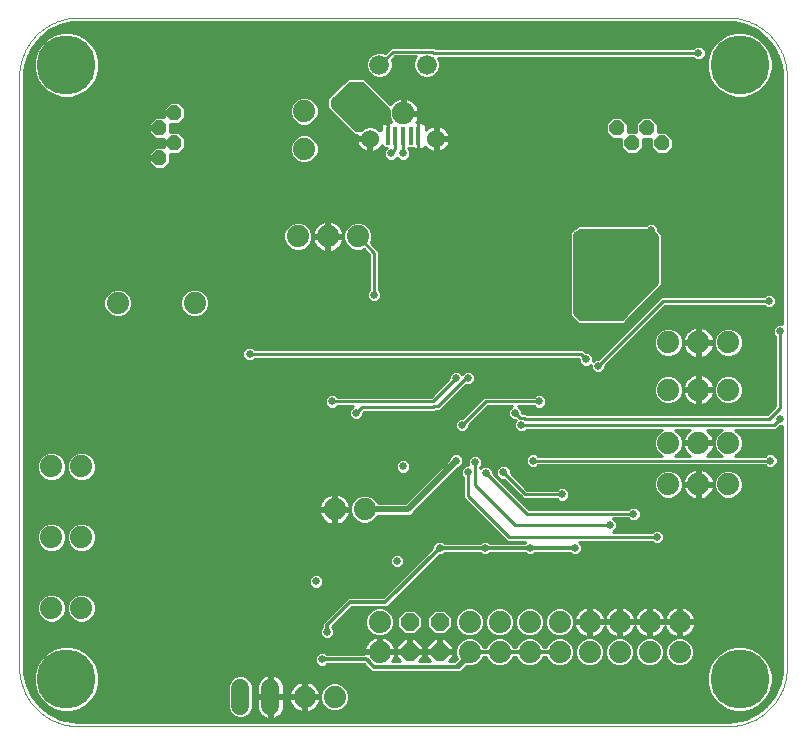
<source format=gbl>
G75*
%MOIN*%
%OFA0B0*%
%FSLAX25Y25*%
%IPPOS*%
%LPD*%
%AMOC8*
5,1,8,0,0,1.08239X$1,22.5*
%
%ADD10C,0.00000*%
%ADD11C,0.06600*%
%ADD12C,0.06000*%
%ADD13C,0.07400*%
%ADD14R,0.01772X0.05906*%
%ADD15C,0.06000*%
%ADD16C,0.07500*%
%ADD17OC8,0.06000*%
%ADD18OC8,0.05000*%
%ADD19C,0.02578*%
%ADD20C,0.01000*%
%ADD21C,0.02000*%
%ADD22C,0.00600*%
%ADD23C,0.01200*%
%ADD24C,0.19685*%
D10*
X0105861Y0042839D02*
X0105861Y0239689D01*
X0105862Y0239689D02*
X0105868Y0240165D01*
X0105885Y0240640D01*
X0105914Y0241115D01*
X0105954Y0241589D01*
X0106006Y0242062D01*
X0106069Y0242533D01*
X0106143Y0243003D01*
X0106229Y0243471D01*
X0106326Y0243937D01*
X0106434Y0244400D01*
X0106553Y0244860D01*
X0106684Y0245318D01*
X0106825Y0245772D01*
X0106978Y0246223D01*
X0107141Y0246669D01*
X0107315Y0247112D01*
X0107500Y0247550D01*
X0107695Y0247984D01*
X0107901Y0248413D01*
X0108117Y0248837D01*
X0108343Y0249256D01*
X0108579Y0249669D01*
X0108825Y0250076D01*
X0109081Y0250477D01*
X0109347Y0250871D01*
X0109622Y0251260D01*
X0109906Y0251641D01*
X0110199Y0252015D01*
X0110501Y0252383D01*
X0110813Y0252743D01*
X0111132Y0253095D01*
X0111460Y0253439D01*
X0111797Y0253776D01*
X0112141Y0254104D01*
X0112493Y0254423D01*
X0112853Y0254735D01*
X0113221Y0255037D01*
X0113595Y0255330D01*
X0113976Y0255614D01*
X0114365Y0255889D01*
X0114759Y0256155D01*
X0115160Y0256411D01*
X0115567Y0256657D01*
X0115980Y0256893D01*
X0116399Y0257119D01*
X0116823Y0257335D01*
X0117252Y0257541D01*
X0117686Y0257736D01*
X0118124Y0257921D01*
X0118567Y0258095D01*
X0119013Y0258258D01*
X0119464Y0258411D01*
X0119918Y0258552D01*
X0120376Y0258683D01*
X0120836Y0258802D01*
X0121299Y0258910D01*
X0121765Y0259007D01*
X0122233Y0259093D01*
X0122703Y0259167D01*
X0123174Y0259230D01*
X0123647Y0259282D01*
X0124121Y0259322D01*
X0124596Y0259351D01*
X0125071Y0259368D01*
X0125547Y0259374D01*
X0342082Y0259374D01*
X0342558Y0259368D01*
X0343033Y0259351D01*
X0343508Y0259322D01*
X0343982Y0259282D01*
X0344455Y0259230D01*
X0344926Y0259167D01*
X0345396Y0259093D01*
X0345864Y0259007D01*
X0346330Y0258910D01*
X0346793Y0258802D01*
X0347253Y0258683D01*
X0347711Y0258552D01*
X0348165Y0258411D01*
X0348616Y0258258D01*
X0349062Y0258095D01*
X0349505Y0257921D01*
X0349943Y0257736D01*
X0350377Y0257541D01*
X0350806Y0257335D01*
X0351230Y0257119D01*
X0351649Y0256893D01*
X0352062Y0256657D01*
X0352469Y0256411D01*
X0352870Y0256155D01*
X0353264Y0255889D01*
X0353653Y0255614D01*
X0354034Y0255330D01*
X0354408Y0255037D01*
X0354776Y0254735D01*
X0355136Y0254423D01*
X0355488Y0254104D01*
X0355832Y0253776D01*
X0356169Y0253439D01*
X0356497Y0253095D01*
X0356816Y0252743D01*
X0357128Y0252383D01*
X0357430Y0252015D01*
X0357723Y0251641D01*
X0358007Y0251260D01*
X0358282Y0250871D01*
X0358548Y0250477D01*
X0358804Y0250076D01*
X0359050Y0249669D01*
X0359286Y0249256D01*
X0359512Y0248837D01*
X0359728Y0248413D01*
X0359934Y0247984D01*
X0360129Y0247550D01*
X0360314Y0247112D01*
X0360488Y0246669D01*
X0360651Y0246223D01*
X0360804Y0245772D01*
X0360945Y0245318D01*
X0361076Y0244860D01*
X0361195Y0244400D01*
X0361303Y0243937D01*
X0361400Y0243471D01*
X0361486Y0243003D01*
X0361560Y0242533D01*
X0361623Y0242062D01*
X0361675Y0241589D01*
X0361715Y0241115D01*
X0361744Y0240640D01*
X0361761Y0240165D01*
X0361767Y0239689D01*
X0361767Y0042839D01*
X0361761Y0042363D01*
X0361744Y0041888D01*
X0361715Y0041413D01*
X0361675Y0040939D01*
X0361623Y0040466D01*
X0361560Y0039995D01*
X0361486Y0039525D01*
X0361400Y0039057D01*
X0361303Y0038591D01*
X0361195Y0038128D01*
X0361076Y0037668D01*
X0360945Y0037210D01*
X0360804Y0036756D01*
X0360651Y0036305D01*
X0360488Y0035859D01*
X0360314Y0035416D01*
X0360129Y0034978D01*
X0359934Y0034544D01*
X0359728Y0034115D01*
X0359512Y0033691D01*
X0359286Y0033272D01*
X0359050Y0032859D01*
X0358804Y0032452D01*
X0358548Y0032051D01*
X0358282Y0031657D01*
X0358007Y0031268D01*
X0357723Y0030887D01*
X0357430Y0030513D01*
X0357128Y0030145D01*
X0356816Y0029785D01*
X0356497Y0029433D01*
X0356169Y0029089D01*
X0355832Y0028752D01*
X0355488Y0028424D01*
X0355136Y0028105D01*
X0354776Y0027793D01*
X0354408Y0027491D01*
X0354034Y0027198D01*
X0353653Y0026914D01*
X0353264Y0026639D01*
X0352870Y0026373D01*
X0352469Y0026117D01*
X0352062Y0025871D01*
X0351649Y0025635D01*
X0351230Y0025409D01*
X0350806Y0025193D01*
X0350377Y0024987D01*
X0349943Y0024792D01*
X0349505Y0024607D01*
X0349062Y0024433D01*
X0348616Y0024270D01*
X0348165Y0024117D01*
X0347711Y0023976D01*
X0347253Y0023845D01*
X0346793Y0023726D01*
X0346330Y0023618D01*
X0345864Y0023521D01*
X0345396Y0023435D01*
X0344926Y0023361D01*
X0344455Y0023298D01*
X0343982Y0023246D01*
X0343508Y0023206D01*
X0343033Y0023177D01*
X0342558Y0023160D01*
X0342082Y0023154D01*
X0125547Y0023154D01*
X0125071Y0023160D01*
X0124596Y0023177D01*
X0124121Y0023206D01*
X0123647Y0023246D01*
X0123174Y0023298D01*
X0122703Y0023361D01*
X0122233Y0023435D01*
X0121765Y0023521D01*
X0121299Y0023618D01*
X0120836Y0023726D01*
X0120376Y0023845D01*
X0119918Y0023976D01*
X0119464Y0024117D01*
X0119013Y0024270D01*
X0118567Y0024433D01*
X0118124Y0024607D01*
X0117686Y0024792D01*
X0117252Y0024987D01*
X0116823Y0025193D01*
X0116399Y0025409D01*
X0115980Y0025635D01*
X0115567Y0025871D01*
X0115160Y0026117D01*
X0114759Y0026373D01*
X0114365Y0026639D01*
X0113976Y0026914D01*
X0113595Y0027198D01*
X0113221Y0027491D01*
X0112853Y0027793D01*
X0112493Y0028105D01*
X0112141Y0028424D01*
X0111797Y0028752D01*
X0111460Y0029089D01*
X0111132Y0029433D01*
X0110813Y0029785D01*
X0110501Y0030145D01*
X0110199Y0030513D01*
X0109906Y0030887D01*
X0109622Y0031268D01*
X0109347Y0031657D01*
X0109081Y0032051D01*
X0108825Y0032452D01*
X0108579Y0032859D01*
X0108343Y0033272D01*
X0108117Y0033691D01*
X0107901Y0034115D01*
X0107695Y0034544D01*
X0107500Y0034978D01*
X0107315Y0035416D01*
X0107141Y0035859D01*
X0106978Y0036305D01*
X0106825Y0036756D01*
X0106684Y0037210D01*
X0106553Y0037668D01*
X0106434Y0038128D01*
X0106326Y0038591D01*
X0106229Y0039057D01*
X0106143Y0039525D01*
X0106069Y0039995D01*
X0106006Y0040466D01*
X0105954Y0040939D01*
X0105914Y0041413D01*
X0105885Y0041888D01*
X0105868Y0042363D01*
X0105862Y0042839D01*
D11*
X0225940Y0243626D03*
X0241688Y0243626D03*
D12*
X0189602Y0035996D02*
X0189602Y0029996D01*
X0179602Y0029996D02*
X0179602Y0035996D01*
D13*
X0200980Y0032996D03*
X0210980Y0032996D03*
X0225999Y0047957D03*
X0225999Y0057957D03*
X0255999Y0057957D03*
X0265999Y0057957D03*
X0265999Y0047957D03*
X0255999Y0047957D03*
X0275999Y0047957D03*
X0275999Y0057957D03*
X0285999Y0057957D03*
X0285999Y0047957D03*
X0295999Y0047957D03*
X0295999Y0057957D03*
X0305999Y0057957D03*
X0315999Y0057957D03*
X0315999Y0047957D03*
X0305999Y0047957D03*
X0325999Y0047957D03*
X0325999Y0057957D03*
X0322239Y0103862D03*
X0332239Y0103862D03*
X0342239Y0103862D03*
X0342239Y0117642D03*
X0332239Y0117642D03*
X0322239Y0117642D03*
X0322239Y0135358D03*
X0332239Y0135358D03*
X0342239Y0135358D03*
X0342239Y0151106D03*
X0332239Y0151106D03*
X0322239Y0151106D03*
X0220980Y0095496D03*
X0210980Y0095496D03*
X0164346Y0164236D03*
X0138755Y0164236D03*
X0126610Y0109768D03*
X0116610Y0109768D03*
X0116610Y0086146D03*
X0126610Y0086146D03*
X0126610Y0062524D03*
X0116610Y0062524D03*
X0198755Y0186461D03*
X0208755Y0186461D03*
X0218755Y0186461D03*
X0200861Y0215654D03*
X0200861Y0228154D03*
D14*
X0228696Y0220004D03*
X0231255Y0220004D03*
X0233814Y0220004D03*
X0236373Y0220004D03*
X0238932Y0220004D03*
D15*
X0244838Y0219020D03*
X0222791Y0219020D03*
D16*
X0233814Y0227484D03*
D17*
X0235999Y0057957D03*
X0235999Y0047957D03*
X0245999Y0047957D03*
X0245999Y0057957D03*
D18*
X0152574Y0212504D03*
X0157574Y0217504D03*
X0152574Y0222504D03*
X0157574Y0227504D03*
X0305054Y0222504D03*
X0310054Y0217504D03*
X0315054Y0222504D03*
X0320054Y0217504D03*
D19*
X0304247Y0193114D03*
X0316491Y0188508D03*
X0291747Y0186756D03*
X0283027Y0198350D03*
X0261373Y0198350D03*
X0247594Y0178665D03*
X0237751Y0162917D03*
X0224188Y0166854D03*
X0229877Y0198350D03*
X0229877Y0214098D03*
X0233814Y0214098D03*
X0223972Y0227878D03*
X0220035Y0225909D03*
X0218066Y0229846D03*
X0225940Y0255437D03*
X0196413Y0198350D03*
X0184602Y0162917D03*
X0182633Y0147169D03*
X0188539Y0129453D03*
X0204287Y0127484D03*
X0210192Y0131421D03*
X0218066Y0127484D03*
X0233814Y0109768D03*
X0241688Y0119610D03*
X0247594Y0111736D03*
X0251531Y0111736D03*
X0255468Y0107799D03*
X0257861Y0111154D03*
X0261361Y0107654D03*
X0267279Y0107799D03*
X0277121Y0111736D03*
X0273184Y0123547D03*
X0271216Y0127484D03*
X0279090Y0131421D03*
X0294838Y0145464D03*
X0298775Y0143232D03*
X0296806Y0160949D03*
X0261373Y0155043D03*
X0259405Y0143232D03*
X0255468Y0139295D03*
X0251531Y0139295D03*
X0253499Y0123547D03*
X0286846Y0100457D03*
X0302712Y0090083D03*
X0310586Y0094020D03*
X0318460Y0086146D03*
X0290999Y0082543D03*
X0275999Y0082543D03*
X0260999Y0082543D03*
X0245999Y0082543D03*
X0231846Y0078272D03*
X0208381Y0054492D03*
X0206846Y0045457D03*
X0202318Y0066461D03*
X0204846Y0071457D03*
X0188499Y0061303D03*
X0180881Y0070457D03*
X0182633Y0086146D03*
X0178696Y0097957D03*
X0157043Y0095988D03*
X0145369Y0093764D03*
X0138657Y0089433D03*
X0129484Y0076303D03*
X0139326Y0068429D03*
X0145232Y0105831D03*
X0137358Y0113705D03*
X0180881Y0045457D03*
X0155074Y0032996D03*
X0263342Y0034965D03*
X0298775Y0117642D03*
X0355861Y0164886D03*
X0359478Y0154805D03*
X0359456Y0125516D03*
X0356278Y0111736D03*
X0332239Y0247563D03*
X0143263Y0196382D03*
D20*
X0151083Y0208904D02*
X0154065Y0208904D01*
X0156174Y0211013D01*
X0156174Y0213904D01*
X0159065Y0213904D01*
X0161174Y0216013D01*
X0161174Y0218995D01*
X0159065Y0221104D01*
X0156174Y0221104D01*
X0156174Y0223904D01*
X0159065Y0223904D01*
X0161174Y0226013D01*
X0161174Y0228995D01*
X0159065Y0231104D01*
X0156083Y0231104D01*
X0153974Y0228995D01*
X0153974Y0226104D01*
X0151083Y0226104D01*
X0148974Y0223995D01*
X0148974Y0221013D01*
X0151083Y0218904D01*
X0153974Y0218904D01*
X0153974Y0216104D01*
X0151083Y0216104D01*
X0148974Y0213995D01*
X0148974Y0211013D01*
X0151083Y0208904D01*
X0150112Y0209875D02*
X0107361Y0209875D01*
X0107361Y0208877D02*
X0360267Y0208877D01*
X0360267Y0209875D02*
X0155036Y0209875D01*
X0156035Y0210874D02*
X0199858Y0210874D01*
X0199907Y0210854D02*
X0201816Y0210854D01*
X0203580Y0211584D01*
X0204931Y0212935D01*
X0205661Y0214699D01*
X0205661Y0216608D01*
X0204931Y0218373D01*
X0203580Y0219723D01*
X0201816Y0220454D01*
X0199907Y0220454D01*
X0198143Y0219723D01*
X0196792Y0218373D01*
X0196061Y0216608D01*
X0196061Y0214699D01*
X0196792Y0212935D01*
X0198143Y0211584D01*
X0199907Y0210854D01*
X0201865Y0210874D02*
X0360267Y0210874D01*
X0360267Y0211872D02*
X0234967Y0211872D01*
X0234804Y0211709D02*
X0236203Y0213109D01*
X0236203Y0215088D01*
X0235414Y0215877D01*
X0235414Y0215951D01*
X0237025Y0215951D01*
X0237126Y0215851D01*
X0237468Y0215653D01*
X0237849Y0215551D01*
X0238932Y0215551D01*
X0238932Y0220004D01*
X0238932Y0224457D01*
X0238104Y0224457D01*
X0238304Y0224733D01*
X0238680Y0225469D01*
X0238935Y0226255D01*
X0239050Y0226984D01*
X0234314Y0226984D01*
X0234314Y0227984D01*
X0233314Y0227984D01*
X0233314Y0232720D01*
X0232585Y0232605D01*
X0231799Y0232350D01*
X0231063Y0231974D01*
X0230394Y0231489D01*
X0229810Y0230904D01*
X0229517Y0230501D01*
X0220697Y0239320D01*
X0215435Y0239320D01*
X0214498Y0238383D01*
X0208592Y0232478D01*
X0208592Y0229184D01*
X0209529Y0228246D01*
X0217403Y0220372D01*
X0218499Y0220372D01*
X0218401Y0220073D01*
X0218314Y0219520D01*
X0222291Y0219520D01*
X0222291Y0218520D01*
X0223291Y0218520D01*
X0223291Y0214543D01*
X0223844Y0214630D01*
X0224518Y0214849D01*
X0225149Y0215171D01*
X0225722Y0215587D01*
X0226223Y0216088D01*
X0226639Y0216661D01*
X0226710Y0216800D01*
X0226710Y0216596D01*
X0227355Y0215951D01*
X0228351Y0215951D01*
X0227488Y0215088D01*
X0227488Y0213109D01*
X0228888Y0211709D01*
X0230867Y0211709D01*
X0231846Y0212688D01*
X0232825Y0211709D01*
X0234804Y0211709D01*
X0235965Y0212871D02*
X0360267Y0212871D01*
X0360267Y0213869D02*
X0236203Y0213869D01*
X0236203Y0214868D02*
X0243074Y0214868D01*
X0243110Y0214849D02*
X0243784Y0214630D01*
X0244338Y0214543D01*
X0244338Y0218520D01*
X0245338Y0218520D01*
X0245338Y0219520D01*
X0244338Y0219520D01*
X0244338Y0223497D01*
X0243784Y0223409D01*
X0243110Y0223190D01*
X0242479Y0222868D01*
X0241906Y0222452D01*
X0241405Y0221951D01*
X0241318Y0221831D01*
X0241318Y0223154D01*
X0241216Y0223536D01*
X0241018Y0223878D01*
X0240739Y0224157D01*
X0240397Y0224354D01*
X0240016Y0224457D01*
X0238932Y0224457D01*
X0238932Y0220004D01*
X0238932Y0220004D01*
X0238932Y0220004D01*
X0238932Y0215551D01*
X0240016Y0215551D01*
X0240397Y0215653D01*
X0240739Y0215851D01*
X0241018Y0216130D01*
X0241176Y0216404D01*
X0241405Y0216088D01*
X0241906Y0215587D01*
X0242479Y0215171D01*
X0243110Y0214849D01*
X0244338Y0214868D02*
X0245338Y0214868D01*
X0245338Y0214543D02*
X0245892Y0214630D01*
X0246565Y0214849D01*
X0247196Y0215171D01*
X0247769Y0215587D01*
X0248270Y0216088D01*
X0248687Y0216661D01*
X0249008Y0217292D01*
X0249227Y0217966D01*
X0249315Y0218520D01*
X0245338Y0218520D01*
X0245338Y0214543D01*
X0246601Y0214868D02*
X0307599Y0214868D01*
X0308563Y0213904D02*
X0311546Y0213904D01*
X0313654Y0216013D01*
X0313654Y0218904D01*
X0316454Y0218904D01*
X0316454Y0216013D01*
X0318563Y0213904D01*
X0321546Y0213904D01*
X0323654Y0216013D01*
X0323654Y0218995D01*
X0321546Y0221104D01*
X0318654Y0221104D01*
X0318654Y0223995D01*
X0316546Y0226104D01*
X0313563Y0226104D01*
X0311454Y0223995D01*
X0311454Y0221104D01*
X0308654Y0221104D01*
X0308654Y0223995D01*
X0306546Y0226104D01*
X0303563Y0226104D01*
X0301454Y0223995D01*
X0301454Y0221013D01*
X0303563Y0218904D01*
X0306454Y0218904D01*
X0306454Y0216013D01*
X0308563Y0213904D01*
X0306601Y0215866D02*
X0248048Y0215866D01*
X0248790Y0216865D02*
X0306454Y0216865D01*
X0306454Y0217863D02*
X0249194Y0217863D01*
X0249315Y0219520D02*
X0249227Y0220073D01*
X0249008Y0220747D01*
X0248687Y0221378D01*
X0248270Y0221951D01*
X0247769Y0222452D01*
X0247196Y0222868D01*
X0246565Y0223190D01*
X0245892Y0223409D01*
X0245338Y0223497D01*
X0245338Y0219520D01*
X0249315Y0219520D01*
X0249261Y0219860D02*
X0302607Y0219860D01*
X0301608Y0220859D02*
X0248951Y0220859D01*
X0248339Y0221857D02*
X0301454Y0221857D01*
X0301454Y0222856D02*
X0247214Y0222856D01*
X0245338Y0222856D02*
X0244338Y0222856D01*
X0244338Y0221857D02*
X0245338Y0221857D01*
X0245338Y0220859D02*
X0244338Y0220859D01*
X0244338Y0219860D02*
X0245338Y0219860D01*
X0245338Y0218862D02*
X0306454Y0218862D01*
X0308654Y0221857D02*
X0311454Y0221857D01*
X0311454Y0222856D02*
X0308654Y0222856D01*
X0308654Y0223854D02*
X0311454Y0223854D01*
X0312312Y0224853D02*
X0307797Y0224853D01*
X0306798Y0225851D02*
X0313311Y0225851D01*
X0316798Y0225851D02*
X0360267Y0225851D01*
X0360267Y0224853D02*
X0317797Y0224853D01*
X0318654Y0223854D02*
X0360267Y0223854D01*
X0360267Y0222856D02*
X0318654Y0222856D01*
X0318654Y0221857D02*
X0360267Y0221857D01*
X0360267Y0220859D02*
X0321791Y0220859D01*
X0322789Y0219860D02*
X0360267Y0219860D01*
X0360267Y0218862D02*
X0323654Y0218862D01*
X0323654Y0217863D02*
X0360267Y0217863D01*
X0360267Y0216865D02*
X0323654Y0216865D01*
X0323508Y0215866D02*
X0360267Y0215866D01*
X0360267Y0214868D02*
X0322509Y0214868D01*
X0317599Y0214868D02*
X0312509Y0214868D01*
X0313508Y0215866D02*
X0316601Y0215866D01*
X0316454Y0216865D02*
X0313654Y0216865D01*
X0313654Y0217863D02*
X0316454Y0217863D01*
X0316454Y0218862D02*
X0313654Y0218862D01*
X0303311Y0225851D02*
X0238804Y0225851D01*
X0239029Y0226850D02*
X0360267Y0226850D01*
X0360267Y0227848D02*
X0234314Y0227848D01*
X0234314Y0227984D02*
X0239050Y0227984D01*
X0238935Y0228714D01*
X0238680Y0229500D01*
X0238304Y0230236D01*
X0237819Y0230904D01*
X0237234Y0231489D01*
X0236566Y0231974D01*
X0235830Y0232350D01*
X0235044Y0232605D01*
X0234314Y0232720D01*
X0234314Y0227984D01*
X0234314Y0228847D02*
X0233314Y0228847D01*
X0233314Y0229845D02*
X0234314Y0229845D01*
X0234314Y0230844D02*
X0233314Y0230844D01*
X0233314Y0231842D02*
X0234314Y0231842D01*
X0236748Y0231842D02*
X0360267Y0231842D01*
X0360267Y0230844D02*
X0237863Y0230844D01*
X0238503Y0229845D02*
X0360267Y0229845D01*
X0360267Y0228847D02*
X0238892Y0228847D01*
X0238366Y0224853D02*
X0302312Y0224853D01*
X0301454Y0223854D02*
X0241032Y0223854D01*
X0241318Y0222856D02*
X0242462Y0222856D01*
X0241337Y0221857D02*
X0241318Y0221857D01*
X0238932Y0221857D02*
X0238932Y0221857D01*
X0238932Y0220859D02*
X0238932Y0220859D01*
X0238932Y0219860D02*
X0238932Y0219860D01*
X0238932Y0218862D02*
X0238932Y0218862D01*
X0238932Y0217863D02*
X0238932Y0217863D01*
X0238932Y0216865D02*
X0238932Y0216865D01*
X0238932Y0215866D02*
X0238932Y0215866D01*
X0237110Y0215866D02*
X0235425Y0215866D01*
X0233814Y0214098D02*
X0233814Y0220004D01*
X0231255Y0220004D02*
X0231255Y0215476D01*
X0229877Y0214098D01*
X0228267Y0215866D02*
X0226001Y0215866D01*
X0224554Y0214868D02*
X0227488Y0214868D01*
X0227488Y0213869D02*
X0205318Y0213869D01*
X0205661Y0214868D02*
X0221027Y0214868D01*
X0221063Y0214849D02*
X0221737Y0214630D01*
X0222291Y0214543D01*
X0222291Y0218520D01*
X0218314Y0218520D01*
X0218401Y0217966D01*
X0218620Y0217292D01*
X0218942Y0216661D01*
X0219358Y0216088D01*
X0219859Y0215587D01*
X0220432Y0215171D01*
X0221063Y0214849D01*
X0222291Y0214868D02*
X0223291Y0214868D01*
X0223291Y0215866D02*
X0222291Y0215866D01*
X0222291Y0216865D02*
X0223291Y0216865D01*
X0223291Y0217863D02*
X0222291Y0217863D01*
X0222291Y0218862D02*
X0204441Y0218862D01*
X0205142Y0217863D02*
X0218435Y0217863D01*
X0218838Y0216865D02*
X0205555Y0216865D01*
X0205661Y0215866D02*
X0219580Y0215866D01*
X0218368Y0219860D02*
X0203249Y0219860D01*
X0201816Y0223354D02*
X0199907Y0223354D01*
X0198143Y0224084D01*
X0196792Y0225435D01*
X0196061Y0227199D01*
X0196061Y0229108D01*
X0196792Y0230873D01*
X0198143Y0232223D01*
X0199907Y0232954D01*
X0201816Y0232954D01*
X0203580Y0232223D01*
X0204931Y0230873D01*
X0205661Y0229108D01*
X0205661Y0227199D01*
X0204931Y0225435D01*
X0203580Y0224084D01*
X0201816Y0223354D01*
X0203025Y0223854D02*
X0213922Y0223854D01*
X0214920Y0222856D02*
X0156174Y0222856D01*
X0156174Y0223854D02*
X0198698Y0223854D01*
X0197374Y0224853D02*
X0160014Y0224853D01*
X0161013Y0225851D02*
X0196620Y0225851D01*
X0196206Y0226850D02*
X0161174Y0226850D01*
X0161174Y0227848D02*
X0196061Y0227848D01*
X0196061Y0228847D02*
X0161174Y0228847D01*
X0160324Y0229845D02*
X0196367Y0229845D01*
X0196780Y0230844D02*
X0159325Y0230844D01*
X0155823Y0230844D02*
X0107361Y0230844D01*
X0107361Y0231842D02*
X0197762Y0231842D01*
X0199635Y0232841D02*
X0123638Y0232841D01*
X0123050Y0232683D02*
X0125833Y0233429D01*
X0128328Y0234870D01*
X0130366Y0236907D01*
X0131806Y0239402D01*
X0132552Y0242185D01*
X0132552Y0245067D01*
X0131806Y0247850D01*
X0130366Y0250345D01*
X0128328Y0252382D01*
X0125833Y0253823D01*
X0123050Y0254568D01*
X0120169Y0254568D01*
X0117386Y0253823D01*
X0114891Y0252382D01*
X0112853Y0250345D01*
X0111413Y0247850D01*
X0110667Y0245067D01*
X0110667Y0242185D01*
X0111413Y0239402D01*
X0112853Y0236907D01*
X0114891Y0234870D01*
X0117386Y0233429D01*
X0120169Y0232683D01*
X0123050Y0232683D01*
X0119581Y0232841D02*
X0107361Y0232841D01*
X0107361Y0233839D02*
X0116675Y0233839D01*
X0114946Y0234838D02*
X0107361Y0234838D01*
X0107361Y0235836D02*
X0113924Y0235836D01*
X0112925Y0236835D02*
X0107361Y0236835D01*
X0107361Y0237833D02*
X0112318Y0237833D01*
X0111742Y0238832D02*
X0107361Y0238832D01*
X0107361Y0239689D02*
X0107476Y0241725D01*
X0108382Y0245695D01*
X0110149Y0249364D01*
X0112688Y0252548D01*
X0115871Y0255087D01*
X0119540Y0256854D01*
X0123510Y0257760D01*
X0125547Y0257874D01*
X0342082Y0257874D01*
X0344118Y0257760D01*
X0348088Y0256854D01*
X0351757Y0255087D01*
X0354941Y0252548D01*
X0357480Y0249364D01*
X0359247Y0245695D01*
X0360153Y0241725D01*
X0360267Y0239689D01*
X0360267Y0157194D01*
X0358488Y0157194D01*
X0357089Y0155795D01*
X0357089Y0153816D01*
X0357878Y0153027D01*
X0357878Y0129795D01*
X0355199Y0127116D01*
X0275257Y0127116D01*
X0274837Y0127536D01*
X0273605Y0127536D01*
X0273605Y0128474D01*
X0272257Y0129821D01*
X0277311Y0129821D01*
X0278100Y0129032D01*
X0280079Y0129032D01*
X0281479Y0130432D01*
X0281479Y0132411D01*
X0280079Y0133810D01*
X0278100Y0133810D01*
X0277311Y0133021D01*
X0260711Y0133021D01*
X0259773Y0132084D01*
X0253626Y0125936D01*
X0252510Y0125936D01*
X0251110Y0124537D01*
X0251110Y0122558D01*
X0252510Y0121158D01*
X0254489Y0121158D01*
X0255888Y0122558D01*
X0255888Y0123673D01*
X0262036Y0129821D01*
X0270174Y0129821D01*
X0268827Y0128474D01*
X0268827Y0126495D01*
X0270226Y0125095D01*
X0271342Y0125095D01*
X0271348Y0125089D01*
X0270795Y0124537D01*
X0270795Y0122558D01*
X0272195Y0121158D01*
X0274174Y0121158D01*
X0274963Y0121947D01*
X0320091Y0121947D01*
X0319520Y0121711D01*
X0318170Y0120361D01*
X0317439Y0118597D01*
X0317439Y0116687D01*
X0318170Y0114923D01*
X0319520Y0113572D01*
X0320091Y0113336D01*
X0278900Y0113336D01*
X0278111Y0114125D01*
X0276132Y0114125D01*
X0274732Y0112726D01*
X0274732Y0110747D01*
X0276132Y0109347D01*
X0278111Y0109347D01*
X0278900Y0110136D01*
X0354499Y0110136D01*
X0355288Y0109347D01*
X0357268Y0109347D01*
X0358667Y0110747D01*
X0358667Y0112726D01*
X0357268Y0114125D01*
X0355288Y0114125D01*
X0354499Y0113336D01*
X0344388Y0113336D01*
X0344958Y0113572D01*
X0346309Y0114923D01*
X0347039Y0116687D01*
X0347039Y0118597D01*
X0346309Y0120361D01*
X0344958Y0121711D01*
X0344388Y0121947D01*
X0358150Y0121947D01*
X0359330Y0123127D01*
X0360267Y0123127D01*
X0360267Y0042839D01*
X0360153Y0040802D01*
X0359247Y0036832D01*
X0357480Y0033164D01*
X0354941Y0029980D01*
X0351757Y0027441D01*
X0348088Y0025674D01*
X0344118Y0024768D01*
X0342082Y0024654D01*
X0125547Y0024654D01*
X0123510Y0024768D01*
X0119540Y0025674D01*
X0115871Y0027441D01*
X0112688Y0029980D01*
X0110149Y0033164D01*
X0108382Y0036832D01*
X0107476Y0040802D01*
X0107361Y0042839D01*
X0107361Y0043460D01*
X0107361Y0239689D01*
X0107369Y0239830D02*
X0111298Y0239830D01*
X0111030Y0240829D02*
X0107425Y0240829D01*
X0107499Y0241828D02*
X0110763Y0241828D01*
X0110667Y0242826D02*
X0107727Y0242826D01*
X0107955Y0243825D02*
X0110667Y0243825D01*
X0110667Y0244823D02*
X0108183Y0244823D01*
X0108443Y0245822D02*
X0110869Y0245822D01*
X0111137Y0246820D02*
X0108924Y0246820D01*
X0109405Y0247819D02*
X0111404Y0247819D01*
X0111971Y0248817D02*
X0109885Y0248817D01*
X0110509Y0249816D02*
X0112548Y0249816D01*
X0113323Y0250814D02*
X0111305Y0250814D01*
X0112102Y0251813D02*
X0114321Y0251813D01*
X0113018Y0252811D02*
X0115634Y0252811D01*
X0114270Y0253810D02*
X0117363Y0253810D01*
X0115871Y0255087D02*
X0115871Y0255087D01*
X0115522Y0254808D02*
X0352106Y0254808D01*
X0353358Y0253810D02*
X0350265Y0253810D01*
X0350243Y0253823D02*
X0347460Y0254568D01*
X0344578Y0254568D01*
X0341795Y0253823D01*
X0339300Y0252382D01*
X0337263Y0250345D01*
X0335822Y0247850D01*
X0335076Y0245067D01*
X0335076Y0242185D01*
X0335822Y0239402D01*
X0337263Y0236907D01*
X0339300Y0234870D01*
X0341795Y0233429D01*
X0344578Y0232683D01*
X0347460Y0232683D01*
X0350243Y0233429D01*
X0352738Y0234870D01*
X0354775Y0236907D01*
X0356216Y0239402D01*
X0356961Y0242185D01*
X0356961Y0245067D01*
X0356216Y0247850D01*
X0354775Y0250345D01*
X0352738Y0252382D01*
X0350243Y0253823D01*
X0350262Y0255807D02*
X0117367Y0255807D01*
X0119440Y0256805D02*
X0348188Y0256805D01*
X0343334Y0257804D02*
X0124295Y0257804D01*
X0125856Y0253810D02*
X0341773Y0253810D01*
X0340043Y0252811D02*
X0127585Y0252811D01*
X0128898Y0251813D02*
X0338731Y0251813D01*
X0337732Y0250814D02*
X0129896Y0250814D01*
X0130671Y0249816D02*
X0331114Y0249816D01*
X0331250Y0249952D02*
X0330461Y0249163D01*
X0244637Y0249163D01*
X0244174Y0249626D01*
X0229677Y0249626D01*
X0227708Y0247656D01*
X0226815Y0248026D01*
X0225065Y0248026D01*
X0223448Y0247356D01*
X0222210Y0246118D01*
X0221540Y0244501D01*
X0221540Y0242751D01*
X0222210Y0241134D01*
X0223448Y0239896D01*
X0225065Y0239226D01*
X0226815Y0239226D01*
X0228433Y0239896D01*
X0229670Y0241134D01*
X0230340Y0242751D01*
X0230340Y0244501D01*
X0229971Y0245394D01*
X0231003Y0246426D01*
X0238266Y0246426D01*
X0237958Y0246118D01*
X0237288Y0244501D01*
X0237288Y0242751D01*
X0237958Y0241134D01*
X0239196Y0239896D01*
X0240813Y0239226D01*
X0242563Y0239226D01*
X0244181Y0239896D01*
X0245418Y0241134D01*
X0246088Y0242751D01*
X0246088Y0244501D01*
X0245483Y0245963D01*
X0330461Y0245963D01*
X0331250Y0245174D01*
X0333229Y0245174D01*
X0334628Y0246573D01*
X0334628Y0248553D01*
X0333229Y0249952D01*
X0331250Y0249952D01*
X0333365Y0249816D02*
X0336957Y0249816D01*
X0336381Y0248817D02*
X0334364Y0248817D01*
X0334628Y0247819D02*
X0335814Y0247819D01*
X0335546Y0246820D02*
X0334628Y0246820D01*
X0335279Y0245822D02*
X0333877Y0245822D01*
X0335076Y0244823D02*
X0245955Y0244823D01*
X0246088Y0243825D02*
X0335076Y0243825D01*
X0335076Y0242826D02*
X0246088Y0242826D01*
X0245706Y0241828D02*
X0335172Y0241828D01*
X0335440Y0240829D02*
X0245114Y0240829D01*
X0244023Y0239830D02*
X0335707Y0239830D01*
X0336151Y0238832D02*
X0221186Y0238832D01*
X0222184Y0237833D02*
X0336728Y0237833D01*
X0337335Y0236835D02*
X0223183Y0236835D01*
X0224181Y0235836D02*
X0338333Y0235836D01*
X0339355Y0234838D02*
X0225180Y0234838D01*
X0226178Y0233839D02*
X0341085Y0233839D01*
X0343991Y0232841D02*
X0227177Y0232841D01*
X0228176Y0231842D02*
X0230881Y0231842D01*
X0229766Y0230844D02*
X0229174Y0230844D01*
X0227910Y0229845D02*
X0210193Y0229845D01*
X0210192Y0229846D02*
X0210192Y0231815D01*
X0216098Y0237720D01*
X0220035Y0237720D01*
X0229064Y0228691D01*
X0228964Y0228449D01*
X0228964Y0226520D01*
X0229703Y0224737D01*
X0229877Y0224562D01*
X0229877Y0224430D01*
X0229779Y0224457D01*
X0228696Y0224457D01*
X0227613Y0224457D01*
X0227231Y0224354D01*
X0226889Y0224157D01*
X0226610Y0223878D01*
X0226413Y0223536D01*
X0226310Y0223154D01*
X0226310Y0221972D01*
X0225636Y0221972D01*
X0225113Y0222495D01*
X0223606Y0223120D01*
X0221975Y0223120D01*
X0220468Y0222495D01*
X0219945Y0221972D01*
X0218066Y0221972D01*
X0210192Y0229846D01*
X0210192Y0230844D02*
X0226911Y0230844D01*
X0225913Y0231842D02*
X0210220Y0231842D01*
X0211218Y0232841D02*
X0224914Y0232841D01*
X0223916Y0233839D02*
X0212217Y0233839D01*
X0213215Y0234838D02*
X0222917Y0234838D01*
X0221919Y0235836D02*
X0214214Y0235836D01*
X0215212Y0236835D02*
X0220920Y0236835D01*
X0223606Y0239830D02*
X0131921Y0239830D01*
X0132189Y0240829D02*
X0222515Y0240829D01*
X0221923Y0241828D02*
X0132456Y0241828D01*
X0132552Y0242826D02*
X0221540Y0242826D01*
X0221540Y0243825D02*
X0132552Y0243825D01*
X0132552Y0244823D02*
X0221674Y0244823D01*
X0222087Y0245822D02*
X0132350Y0245822D01*
X0132082Y0246820D02*
X0222912Y0246820D01*
X0224564Y0247819D02*
X0131815Y0247819D01*
X0131248Y0248817D02*
X0228869Y0248817D01*
X0227870Y0247819D02*
X0227316Y0247819D01*
X0230340Y0248026D02*
X0225940Y0243626D01*
X0229958Y0241828D02*
X0237671Y0241828D01*
X0237288Y0242826D02*
X0230340Y0242826D01*
X0230340Y0243825D02*
X0237288Y0243825D01*
X0237422Y0244823D02*
X0230207Y0244823D01*
X0230399Y0245822D02*
X0237835Y0245822D01*
X0238263Y0240829D02*
X0229366Y0240829D01*
X0228275Y0239830D02*
X0239354Y0239830D01*
X0245541Y0245822D02*
X0330602Y0245822D01*
X0332239Y0247563D02*
X0243974Y0247563D01*
X0243511Y0248026D01*
X0230340Y0248026D01*
X0214946Y0238832D02*
X0131477Y0238832D01*
X0130901Y0237833D02*
X0213948Y0237833D01*
X0212949Y0236835D02*
X0130294Y0236835D01*
X0129295Y0235836D02*
X0211951Y0235836D01*
X0210952Y0234838D02*
X0128273Y0234838D01*
X0126544Y0233839D02*
X0209954Y0233839D01*
X0208955Y0232841D02*
X0202088Y0232841D01*
X0203961Y0231842D02*
X0208592Y0231842D01*
X0208592Y0230844D02*
X0204943Y0230844D01*
X0205356Y0229845D02*
X0208592Y0229845D01*
X0208929Y0228847D02*
X0205661Y0228847D01*
X0205661Y0227848D02*
X0209928Y0227848D01*
X0210926Y0226850D02*
X0205517Y0226850D01*
X0205103Y0225851D02*
X0211925Y0225851D01*
X0212923Y0224853D02*
X0204349Y0224853D01*
X0198474Y0219860D02*
X0160309Y0219860D01*
X0161174Y0218862D02*
X0197281Y0218862D01*
X0196581Y0217863D02*
X0161174Y0217863D01*
X0161174Y0216865D02*
X0196168Y0216865D01*
X0196061Y0215866D02*
X0161028Y0215866D01*
X0160029Y0214868D02*
X0196061Y0214868D01*
X0196405Y0213869D02*
X0156174Y0213869D01*
X0156174Y0212871D02*
X0196856Y0212871D01*
X0197855Y0211872D02*
X0156174Y0211872D01*
X0153974Y0216865D02*
X0107361Y0216865D01*
X0107361Y0217863D02*
X0153974Y0217863D01*
X0153974Y0218862D02*
X0107361Y0218862D01*
X0107361Y0219860D02*
X0150127Y0219860D01*
X0149128Y0220859D02*
X0107361Y0220859D01*
X0107361Y0221857D02*
X0148974Y0221857D01*
X0148974Y0222856D02*
X0107361Y0222856D01*
X0107361Y0223854D02*
X0148974Y0223854D01*
X0149832Y0224853D02*
X0107361Y0224853D01*
X0107361Y0225851D02*
X0150830Y0225851D01*
X0153974Y0226850D02*
X0107361Y0226850D01*
X0107361Y0227848D02*
X0153974Y0227848D01*
X0153974Y0228847D02*
X0107361Y0228847D01*
X0107361Y0229845D02*
X0154824Y0229845D01*
X0156174Y0221857D02*
X0215919Y0221857D01*
X0216917Y0220859D02*
X0159310Y0220859D01*
X0150845Y0215866D02*
X0107361Y0215866D01*
X0107361Y0214868D02*
X0149847Y0214868D01*
X0148974Y0213869D02*
X0107361Y0213869D01*
X0107361Y0212871D02*
X0148974Y0212871D01*
X0148974Y0211872D02*
X0107361Y0211872D01*
X0107361Y0210874D02*
X0149113Y0210874D01*
X0107361Y0207878D02*
X0360267Y0207878D01*
X0360267Y0206880D02*
X0107361Y0206880D01*
X0107361Y0205881D02*
X0360267Y0205881D01*
X0360267Y0204883D02*
X0107361Y0204883D01*
X0107361Y0203884D02*
X0360267Y0203884D01*
X0360267Y0202886D02*
X0107361Y0202886D01*
X0107361Y0201887D02*
X0360267Y0201887D01*
X0360267Y0200889D02*
X0107361Y0200889D01*
X0107361Y0199890D02*
X0360267Y0199890D01*
X0360267Y0198892D02*
X0107361Y0198892D01*
X0107361Y0197893D02*
X0360267Y0197893D01*
X0360267Y0196895D02*
X0107361Y0196895D01*
X0107361Y0195896D02*
X0360267Y0195896D01*
X0360267Y0194897D02*
X0107361Y0194897D01*
X0107361Y0193899D02*
X0360267Y0193899D01*
X0360267Y0192900D02*
X0107361Y0192900D01*
X0107361Y0191902D02*
X0360267Y0191902D01*
X0360267Y0190903D02*
X0220572Y0190903D01*
X0219710Y0191261D02*
X0221474Y0190530D01*
X0222824Y0189180D01*
X0223555Y0187415D01*
X0223555Y0185506D01*
X0223092Y0184387D01*
X0224851Y0182628D01*
X0225788Y0181690D01*
X0225788Y0168633D01*
X0226577Y0167844D01*
X0226577Y0165865D01*
X0225178Y0164465D01*
X0223199Y0164465D01*
X0221799Y0165865D01*
X0221799Y0167844D01*
X0222588Y0168633D01*
X0222588Y0180365D01*
X0220829Y0182124D01*
X0219710Y0181661D01*
X0217800Y0181661D01*
X0216036Y0182391D01*
X0214686Y0183742D01*
X0213955Y0185506D01*
X0213955Y0187415D01*
X0214686Y0189180D01*
X0216036Y0190530D01*
X0217800Y0191261D01*
X0219710Y0191261D01*
X0222099Y0189905D02*
X0292004Y0189905D01*
X0292207Y0190108D02*
X0291269Y0189171D01*
X0291244Y0189145D01*
X0290758Y0189145D01*
X0289358Y0187745D01*
X0289358Y0187260D01*
X0289301Y0187202D01*
X0289301Y0160286D01*
X0290238Y0159349D01*
X0292207Y0157380D01*
X0307312Y0157380D01*
X0308249Y0158318D01*
X0320060Y0170129D01*
X0320060Y0187202D01*
X0319123Y0188139D01*
X0318880Y0188382D01*
X0318880Y0189497D01*
X0317481Y0190897D01*
X0315502Y0190897D01*
X0314713Y0190108D01*
X0292207Y0190108D01*
X0292869Y0188508D02*
X0290901Y0186539D01*
X0290901Y0160949D01*
X0292869Y0158980D01*
X0306649Y0158980D01*
X0318460Y0170791D01*
X0318460Y0186539D01*
X0316491Y0188508D01*
X0292869Y0188508D01*
X0292269Y0187908D02*
X0317091Y0187908D01*
X0316491Y0188508D02*
X0316491Y0180634D01*
X0296806Y0160949D01*
X0291900Y0159950D02*
X0307618Y0159950D01*
X0308617Y0160948D02*
X0290902Y0160948D01*
X0290901Y0161947D02*
X0309615Y0161947D01*
X0310614Y0162945D02*
X0290901Y0162945D01*
X0290901Y0163944D02*
X0311612Y0163944D01*
X0312611Y0164942D02*
X0290901Y0164942D01*
X0290901Y0165941D02*
X0313609Y0165941D01*
X0314608Y0166939D02*
X0290901Y0166939D01*
X0290901Y0167938D02*
X0315606Y0167938D01*
X0316605Y0168936D02*
X0290901Y0168936D01*
X0290901Y0169935D02*
X0317603Y0169935D01*
X0318460Y0170933D02*
X0290901Y0170933D01*
X0290901Y0171932D02*
X0318460Y0171932D01*
X0318460Y0172930D02*
X0290901Y0172930D01*
X0290901Y0173929D02*
X0318460Y0173929D01*
X0318460Y0174927D02*
X0290901Y0174927D01*
X0290901Y0175926D02*
X0318460Y0175926D01*
X0318460Y0176924D02*
X0290901Y0176924D01*
X0290901Y0177923D02*
X0318460Y0177923D01*
X0318460Y0178921D02*
X0290901Y0178921D01*
X0290901Y0179920D02*
X0318460Y0179920D01*
X0318460Y0180918D02*
X0290901Y0180918D01*
X0290901Y0181917D02*
X0318460Y0181917D01*
X0318460Y0182915D02*
X0290901Y0182915D01*
X0290901Y0183914D02*
X0318460Y0183914D01*
X0318460Y0184912D02*
X0290901Y0184912D01*
X0290901Y0185911D02*
X0318460Y0185911D01*
X0318090Y0186909D02*
X0291271Y0186909D01*
X0289301Y0186909D02*
X0223555Y0186909D01*
X0223555Y0185911D02*
X0289301Y0185911D01*
X0289301Y0184912D02*
X0223309Y0184912D01*
X0223565Y0183914D02*
X0289301Y0183914D01*
X0289301Y0182915D02*
X0224563Y0182915D01*
X0225562Y0181917D02*
X0289301Y0181917D01*
X0289301Y0180918D02*
X0225788Y0180918D01*
X0225788Y0179920D02*
X0289301Y0179920D01*
X0289301Y0178921D02*
X0225788Y0178921D01*
X0225788Y0177923D02*
X0289301Y0177923D01*
X0289301Y0176924D02*
X0225788Y0176924D01*
X0225788Y0175926D02*
X0289301Y0175926D01*
X0289301Y0174927D02*
X0225788Y0174927D01*
X0225788Y0173929D02*
X0289301Y0173929D01*
X0289301Y0172930D02*
X0225788Y0172930D01*
X0225788Y0171932D02*
X0289301Y0171932D01*
X0289301Y0170933D02*
X0225788Y0170933D01*
X0225788Y0169935D02*
X0289301Y0169935D01*
X0289301Y0168936D02*
X0225788Y0168936D01*
X0226483Y0167938D02*
X0289301Y0167938D01*
X0289301Y0166939D02*
X0226577Y0166939D01*
X0226577Y0165941D02*
X0289301Y0165941D01*
X0289301Y0164942D02*
X0225655Y0164942D01*
X0224188Y0166854D02*
X0224188Y0181028D01*
X0218755Y0186461D01*
X0216938Y0190903D02*
X0211487Y0190903D01*
X0211481Y0190908D02*
X0210751Y0191280D01*
X0209973Y0191533D01*
X0209255Y0191646D01*
X0209255Y0186961D01*
X0208255Y0186961D01*
X0208255Y0191646D01*
X0207538Y0191533D01*
X0206759Y0191280D01*
X0206030Y0190908D01*
X0205368Y0190427D01*
X0204789Y0189848D01*
X0204308Y0189186D01*
X0203936Y0188457D01*
X0203683Y0187678D01*
X0203570Y0186961D01*
X0208255Y0186961D01*
X0208255Y0185961D01*
X0203570Y0185961D01*
X0203683Y0185243D01*
X0203936Y0184465D01*
X0204308Y0183735D01*
X0204789Y0183073D01*
X0205368Y0182494D01*
X0206030Y0182013D01*
X0206759Y0181642D01*
X0207538Y0181389D01*
X0208255Y0181275D01*
X0208255Y0185961D01*
X0209255Y0185961D01*
X0209255Y0186961D01*
X0213941Y0186961D01*
X0213827Y0187678D01*
X0213574Y0188457D01*
X0213203Y0189186D01*
X0212722Y0189848D01*
X0212143Y0190427D01*
X0211481Y0190908D01*
X0212665Y0189905D02*
X0215411Y0189905D01*
X0214573Y0188906D02*
X0213345Y0188906D01*
X0213753Y0187908D02*
X0214159Y0187908D01*
X0213955Y0186909D02*
X0209255Y0186909D01*
X0209255Y0185961D02*
X0213941Y0185961D01*
X0213827Y0185243D01*
X0213574Y0184465D01*
X0213203Y0183735D01*
X0212722Y0183073D01*
X0212143Y0182494D01*
X0211481Y0182013D01*
X0210751Y0181642D01*
X0209973Y0181389D01*
X0209255Y0181275D01*
X0209255Y0185961D01*
X0209255Y0185911D02*
X0208255Y0185911D01*
X0208255Y0186909D02*
X0203555Y0186909D01*
X0203555Y0187415D02*
X0202824Y0189180D01*
X0201474Y0190530D01*
X0199710Y0191261D01*
X0197800Y0191261D01*
X0196036Y0190530D01*
X0194686Y0189180D01*
X0193955Y0187415D01*
X0193955Y0185506D01*
X0194686Y0183742D01*
X0196036Y0182391D01*
X0197800Y0181661D01*
X0199710Y0181661D01*
X0201474Y0182391D01*
X0202824Y0183742D01*
X0203555Y0185506D01*
X0203555Y0187415D01*
X0203351Y0187908D02*
X0203758Y0187908D01*
X0204165Y0188906D02*
X0202938Y0188906D01*
X0202099Y0189905D02*
X0204846Y0189905D01*
X0206023Y0190903D02*
X0200572Y0190903D01*
X0196938Y0190903D02*
X0107361Y0190903D01*
X0107361Y0189905D02*
X0195411Y0189905D01*
X0194573Y0188906D02*
X0107361Y0188906D01*
X0107361Y0187908D02*
X0194159Y0187908D01*
X0193955Y0186909D02*
X0107361Y0186909D01*
X0107361Y0185911D02*
X0193955Y0185911D01*
X0194201Y0184912D02*
X0107361Y0184912D01*
X0107361Y0183914D02*
X0194615Y0183914D01*
X0195512Y0182915D02*
X0107361Y0182915D01*
X0107361Y0181917D02*
X0197182Y0181917D01*
X0200329Y0181917D02*
X0206219Y0181917D01*
X0204947Y0182915D02*
X0201998Y0182915D01*
X0202896Y0183914D02*
X0204217Y0183914D01*
X0203791Y0184912D02*
X0203309Y0184912D01*
X0203555Y0185911D02*
X0203577Y0185911D01*
X0208255Y0184912D02*
X0209255Y0184912D01*
X0209255Y0183914D02*
X0208255Y0183914D01*
X0208255Y0182915D02*
X0209255Y0182915D01*
X0209255Y0181917D02*
X0208255Y0181917D01*
X0211291Y0181917D02*
X0217182Y0181917D01*
X0215512Y0182915D02*
X0212564Y0182915D01*
X0213294Y0183914D02*
X0214615Y0183914D01*
X0214201Y0184912D02*
X0213720Y0184912D01*
X0213933Y0185911D02*
X0213955Y0185911D01*
X0209255Y0187908D02*
X0208255Y0187908D01*
X0208255Y0188906D02*
X0209255Y0188906D01*
X0209255Y0189905D02*
X0208255Y0189905D01*
X0208255Y0190903D02*
X0209255Y0190903D01*
X0220328Y0181917D02*
X0221036Y0181917D01*
X0222035Y0180918D02*
X0107361Y0180918D01*
X0107361Y0179920D02*
X0222588Y0179920D01*
X0222588Y0178921D02*
X0107361Y0178921D01*
X0107361Y0177923D02*
X0222588Y0177923D01*
X0222588Y0176924D02*
X0107361Y0176924D01*
X0107361Y0175926D02*
X0222588Y0175926D01*
X0222588Y0174927D02*
X0107361Y0174927D01*
X0107361Y0173929D02*
X0222588Y0173929D01*
X0222588Y0172930D02*
X0107361Y0172930D01*
X0107361Y0171932D02*
X0222588Y0171932D01*
X0222588Y0170933D02*
X0107361Y0170933D01*
X0107361Y0169935D02*
X0222588Y0169935D01*
X0222588Y0168936D02*
X0165542Y0168936D01*
X0165301Y0169036D02*
X0163391Y0169036D01*
X0161627Y0168305D01*
X0160277Y0166955D01*
X0159546Y0165191D01*
X0159546Y0163281D01*
X0160277Y0161517D01*
X0161627Y0160167D01*
X0163391Y0159436D01*
X0165301Y0159436D01*
X0167065Y0160167D01*
X0168415Y0161517D01*
X0169146Y0163281D01*
X0169146Y0165191D01*
X0168415Y0166955D01*
X0167065Y0168305D01*
X0165301Y0169036D01*
X0163150Y0168936D02*
X0139951Y0168936D01*
X0139710Y0169036D02*
X0137800Y0169036D01*
X0136036Y0168305D01*
X0134686Y0166955D01*
X0133955Y0165191D01*
X0133955Y0163281D01*
X0134686Y0161517D01*
X0136036Y0160167D01*
X0137800Y0159436D01*
X0139710Y0159436D01*
X0141474Y0160167D01*
X0142824Y0161517D01*
X0143555Y0163281D01*
X0143555Y0165191D01*
X0142824Y0166955D01*
X0141474Y0168305D01*
X0139710Y0169036D01*
X0137559Y0168936D02*
X0107361Y0168936D01*
X0107361Y0167938D02*
X0135668Y0167938D01*
X0134679Y0166939D02*
X0107361Y0166939D01*
X0107361Y0165941D02*
X0134266Y0165941D01*
X0133955Y0164942D02*
X0107361Y0164942D01*
X0107361Y0163944D02*
X0133955Y0163944D01*
X0134094Y0162945D02*
X0107361Y0162945D01*
X0107361Y0161947D02*
X0134508Y0161947D01*
X0135255Y0160948D02*
X0107361Y0160948D01*
X0107361Y0159950D02*
X0136561Y0159950D01*
X0140949Y0159950D02*
X0162152Y0159950D01*
X0160846Y0160948D02*
X0142255Y0160948D01*
X0143002Y0161947D02*
X0160099Y0161947D01*
X0159685Y0162945D02*
X0143416Y0162945D01*
X0143555Y0163944D02*
X0159546Y0163944D01*
X0159546Y0164942D02*
X0143555Y0164942D01*
X0143245Y0165941D02*
X0159856Y0165941D01*
X0160270Y0166939D02*
X0142831Y0166939D01*
X0141842Y0167938D02*
X0161259Y0167938D01*
X0167432Y0167938D02*
X0221893Y0167938D01*
X0221799Y0166939D02*
X0168422Y0166939D01*
X0168835Y0165941D02*
X0221799Y0165941D01*
X0222722Y0164942D02*
X0169146Y0164942D01*
X0169146Y0163944D02*
X0289301Y0163944D01*
X0289301Y0162945D02*
X0169006Y0162945D01*
X0168593Y0161947D02*
X0289301Y0161947D01*
X0289301Y0160948D02*
X0167846Y0160948D01*
X0166540Y0159950D02*
X0289637Y0159950D01*
X0290636Y0158951D02*
X0107361Y0158951D01*
X0107361Y0157953D02*
X0291634Y0157953D01*
X0293795Y0148769D02*
X0184412Y0148769D01*
X0183623Y0149558D01*
X0181644Y0149558D01*
X0180244Y0148159D01*
X0180244Y0146180D01*
X0181644Y0144780D01*
X0183623Y0144780D01*
X0184412Y0145569D01*
X0292449Y0145569D01*
X0292449Y0144474D01*
X0293848Y0143075D01*
X0295827Y0143075D01*
X0296386Y0143633D01*
X0296386Y0142243D01*
X0297785Y0140843D01*
X0299764Y0140843D01*
X0301164Y0142243D01*
X0301164Y0143359D01*
X0321091Y0163286D01*
X0354083Y0163286D01*
X0354872Y0162497D01*
X0356851Y0162497D01*
X0358250Y0163896D01*
X0358250Y0165875D01*
X0356851Y0167275D01*
X0354872Y0167275D01*
X0354083Y0166486D01*
X0319766Y0166486D01*
X0318828Y0165549D01*
X0298901Y0145621D01*
X0297785Y0145621D01*
X0297227Y0145063D01*
X0297227Y0146453D01*
X0295827Y0147853D01*
X0294712Y0147853D01*
X0293795Y0148769D01*
X0294597Y0147967D02*
X0301247Y0147967D01*
X0300249Y0146969D02*
X0296711Y0146969D01*
X0297227Y0145970D02*
X0299250Y0145970D01*
X0298775Y0143232D02*
X0320428Y0164886D01*
X0355861Y0164886D01*
X0358250Y0164942D02*
X0360267Y0164942D01*
X0360267Y0163944D02*
X0358250Y0163944D01*
X0357299Y0162945D02*
X0360267Y0162945D01*
X0360267Y0161947D02*
X0319752Y0161947D01*
X0320750Y0162945D02*
X0354424Y0162945D01*
X0354536Y0166939D02*
X0316870Y0166939D01*
X0315872Y0165941D02*
X0319221Y0165941D01*
X0318222Y0164942D02*
X0314873Y0164942D01*
X0313875Y0163944D02*
X0317223Y0163944D01*
X0316225Y0162945D02*
X0312876Y0162945D01*
X0311878Y0161947D02*
X0315226Y0161947D01*
X0314228Y0160948D02*
X0310879Y0160948D01*
X0309881Y0159950D02*
X0313229Y0159950D01*
X0312231Y0158951D02*
X0308882Y0158951D01*
X0307884Y0157953D02*
X0311232Y0157953D01*
X0310234Y0156954D02*
X0107361Y0156954D01*
X0107361Y0155956D02*
X0309235Y0155956D01*
X0308237Y0154957D02*
X0107361Y0154957D01*
X0107361Y0153959D02*
X0307238Y0153959D01*
X0306240Y0152960D02*
X0107361Y0152960D01*
X0107361Y0151962D02*
X0305241Y0151962D01*
X0304243Y0150963D02*
X0107361Y0150963D01*
X0107361Y0149964D02*
X0303244Y0149964D01*
X0302246Y0148966D02*
X0184215Y0148966D01*
X0182633Y0147169D02*
X0293132Y0147169D01*
X0294838Y0145464D01*
X0292950Y0143973D02*
X0107361Y0143973D01*
X0107361Y0142975D02*
X0296386Y0142975D01*
X0296652Y0141976D02*
X0107361Y0141976D01*
X0107361Y0140978D02*
X0249835Y0140978D01*
X0249142Y0140285D02*
X0249142Y0139169D01*
X0242994Y0133021D01*
X0211971Y0133021D01*
X0211182Y0133810D01*
X0209203Y0133810D01*
X0207803Y0132411D01*
X0207803Y0130432D01*
X0209203Y0129032D01*
X0211182Y0129032D01*
X0211971Y0129821D01*
X0217025Y0129821D01*
X0215677Y0128474D01*
X0215677Y0126495D01*
X0217077Y0125095D01*
X0219056Y0125095D01*
X0220455Y0126495D01*
X0220455Y0127610D01*
X0220697Y0127853D01*
X0244320Y0127853D01*
X0244688Y0128221D01*
X0246098Y0128221D01*
X0254783Y0136906D01*
X0256457Y0136906D01*
X0257857Y0138306D01*
X0257857Y0140285D01*
X0256457Y0141684D01*
X0254478Y0141684D01*
X0253499Y0140705D01*
X0252520Y0141684D01*
X0250541Y0141684D01*
X0249142Y0140285D01*
X0249142Y0139979D02*
X0107361Y0139979D01*
X0107361Y0138981D02*
X0248954Y0138981D01*
X0247955Y0137982D02*
X0107361Y0137982D01*
X0107361Y0136984D02*
X0246957Y0136984D01*
X0245958Y0135985D02*
X0107361Y0135985D01*
X0107361Y0134987D02*
X0244960Y0134987D01*
X0243961Y0133988D02*
X0107361Y0133988D01*
X0107361Y0132990D02*
X0208382Y0132990D01*
X0207803Y0131991D02*
X0107361Y0131991D01*
X0107361Y0130993D02*
X0207803Y0130993D01*
X0208241Y0129994D02*
X0107361Y0129994D01*
X0107361Y0128996D02*
X0216199Y0128996D01*
X0215677Y0127997D02*
X0107361Y0127997D01*
X0107361Y0126999D02*
X0215677Y0126999D01*
X0216172Y0126000D02*
X0107361Y0126000D01*
X0107361Y0125002D02*
X0251575Y0125002D01*
X0251110Y0124003D02*
X0107361Y0124003D01*
X0107361Y0123005D02*
X0251110Y0123005D01*
X0251662Y0122006D02*
X0107361Y0122006D01*
X0107361Y0121008D02*
X0318817Y0121008D01*
X0318025Y0120009D02*
X0107361Y0120009D01*
X0107361Y0119011D02*
X0317611Y0119011D01*
X0317439Y0118012D02*
X0107361Y0118012D01*
X0107361Y0117014D02*
X0317439Y0117014D01*
X0317718Y0116015D02*
X0107361Y0116015D01*
X0107361Y0115017D02*
X0318131Y0115017D01*
X0319075Y0114018D02*
X0278218Y0114018D01*
X0276025Y0114018D02*
X0252627Y0114018D01*
X0252520Y0114125D02*
X0250541Y0114125D01*
X0249142Y0112726D01*
X0249142Y0112317D01*
X0248383Y0111558D01*
X0248383Y0111409D01*
X0234569Y0097596D01*
X0225305Y0097596D01*
X0225049Y0098215D01*
X0223699Y0099565D01*
X0221934Y0100296D01*
X0220025Y0100296D01*
X0218261Y0099565D01*
X0216910Y0098215D01*
X0216180Y0096451D01*
X0216180Y0094541D01*
X0216910Y0092777D01*
X0218261Y0091427D01*
X0220025Y0090696D01*
X0221934Y0090696D01*
X0223699Y0091427D01*
X0225049Y0092777D01*
X0225305Y0093396D01*
X0236309Y0093396D01*
X0237539Y0094626D01*
X0252260Y0109347D01*
X0252520Y0109347D01*
X0253920Y0110747D01*
X0253920Y0112726D01*
X0252520Y0114125D01*
X0253626Y0113020D02*
X0256349Y0113020D01*
X0256872Y0113543D02*
X0255473Y0112143D01*
X0255473Y0110188D01*
X0254478Y0110188D01*
X0253079Y0108789D01*
X0253079Y0106810D01*
X0253868Y0106021D01*
X0253868Y0099262D01*
X0254805Y0098325D01*
X0268585Y0084546D01*
X0274623Y0084546D01*
X0274321Y0084243D01*
X0262678Y0084243D01*
X0261989Y0084932D01*
X0260010Y0084932D01*
X0259321Y0084243D01*
X0247678Y0084243D01*
X0246989Y0084932D01*
X0245010Y0084932D01*
X0243610Y0083533D01*
X0243610Y0082558D01*
X0227244Y0066192D01*
X0215394Y0066192D01*
X0214398Y0065196D01*
X0207677Y0058476D01*
X0206681Y0057480D01*
X0206681Y0056171D01*
X0205992Y0055482D01*
X0205992Y0053503D01*
X0207392Y0052103D01*
X0209371Y0052103D01*
X0210770Y0053503D01*
X0210770Y0055482D01*
X0210131Y0056121D01*
X0216802Y0062792D01*
X0228652Y0062792D01*
X0246014Y0080154D01*
X0246989Y0080154D01*
X0247678Y0080843D01*
X0259321Y0080843D01*
X0260010Y0080154D01*
X0261989Y0080154D01*
X0262678Y0080843D01*
X0274321Y0080843D01*
X0275010Y0080154D01*
X0276989Y0080154D01*
X0277678Y0080843D01*
X0289321Y0080843D01*
X0290010Y0080154D01*
X0291989Y0080154D01*
X0293388Y0081554D01*
X0293388Y0083533D01*
X0292375Y0084546D01*
X0316681Y0084546D01*
X0317470Y0083757D01*
X0319449Y0083757D01*
X0320849Y0085156D01*
X0320849Y0087135D01*
X0319449Y0088535D01*
X0317470Y0088535D01*
X0316681Y0087746D01*
X0303753Y0087746D01*
X0305101Y0089093D01*
X0305101Y0091072D01*
X0303753Y0092420D01*
X0308807Y0092420D01*
X0309596Y0091631D01*
X0311575Y0091631D01*
X0312975Y0093030D01*
X0312975Y0095009D01*
X0311575Y0096409D01*
X0309596Y0096409D01*
X0308807Y0095620D01*
X0275658Y0095620D01*
X0263750Y0107527D01*
X0263750Y0108643D01*
X0262351Y0110043D01*
X0260372Y0110043D01*
X0259461Y0109132D01*
X0259461Y0109375D01*
X0260250Y0110164D01*
X0260250Y0112143D01*
X0258851Y0113543D01*
X0256872Y0113543D01*
X0255473Y0112021D02*
X0253920Y0112021D01*
X0253920Y0111023D02*
X0255473Y0111023D01*
X0254314Y0110024D02*
X0253197Y0110024D01*
X0253316Y0109026D02*
X0251939Y0109026D01*
X0250940Y0108027D02*
X0253079Y0108027D01*
X0253079Y0107028D02*
X0249942Y0107028D01*
X0248943Y0106030D02*
X0253858Y0106030D01*
X0253868Y0105031D02*
X0247945Y0105031D01*
X0246946Y0104033D02*
X0253868Y0104033D01*
X0253868Y0103034D02*
X0245947Y0103034D01*
X0244949Y0102036D02*
X0253868Y0102036D01*
X0253868Y0101037D02*
X0243950Y0101037D01*
X0242952Y0100039D02*
X0253868Y0100039D01*
X0254090Y0099040D02*
X0241953Y0099040D01*
X0240955Y0098042D02*
X0255088Y0098042D01*
X0256087Y0097043D02*
X0239956Y0097043D01*
X0238958Y0096045D02*
X0257085Y0096045D01*
X0258084Y0095046D02*
X0237959Y0095046D01*
X0236961Y0094048D02*
X0259082Y0094048D01*
X0260081Y0093049D02*
X0225162Y0093049D01*
X0224323Y0092051D02*
X0261079Y0092051D01*
X0262078Y0091052D02*
X0222794Y0091052D01*
X0219165Y0091052D02*
X0213710Y0091052D01*
X0213705Y0091049D02*
X0214367Y0091530D01*
X0214946Y0092108D01*
X0215427Y0092771D01*
X0215799Y0093500D01*
X0216052Y0094278D01*
X0216165Y0094996D01*
X0211480Y0094996D01*
X0211480Y0095996D01*
X0216165Y0095996D01*
X0216052Y0096714D01*
X0215799Y0097492D01*
X0215427Y0098221D01*
X0214946Y0098884D01*
X0214367Y0099462D01*
X0213705Y0099943D01*
X0212976Y0100315D01*
X0212197Y0100568D01*
X0211480Y0100682D01*
X0211480Y0095996D01*
X0210480Y0095996D01*
X0210480Y0100682D01*
X0209762Y0100568D01*
X0208983Y0100315D01*
X0208254Y0099943D01*
X0207592Y0099462D01*
X0207013Y0098884D01*
X0206532Y0098221D01*
X0206161Y0097492D01*
X0205908Y0096714D01*
X0205794Y0095996D01*
X0210480Y0095996D01*
X0210480Y0094996D01*
X0211480Y0094996D01*
X0211480Y0090310D01*
X0212197Y0090424D01*
X0212976Y0090677D01*
X0213705Y0091049D01*
X0214888Y0092051D02*
X0217637Y0092051D01*
X0216798Y0093049D02*
X0215569Y0093049D01*
X0215977Y0094048D02*
X0216384Y0094048D01*
X0216180Y0095046D02*
X0211480Y0095046D01*
X0211480Y0094048D02*
X0210480Y0094048D01*
X0210480Y0094996D02*
X0210480Y0090310D01*
X0209762Y0090424D01*
X0208983Y0090677D01*
X0208254Y0091049D01*
X0207592Y0091530D01*
X0207013Y0092108D01*
X0206532Y0092771D01*
X0206161Y0093500D01*
X0205908Y0094278D01*
X0205794Y0094996D01*
X0210480Y0094996D01*
X0210480Y0095046D02*
X0107361Y0095046D01*
X0107361Y0094048D02*
X0205983Y0094048D01*
X0206390Y0093049D02*
X0107361Y0093049D01*
X0107361Y0092051D02*
X0207071Y0092051D01*
X0208249Y0091052D02*
X0107361Y0091052D01*
X0107361Y0090054D02*
X0113729Y0090054D01*
X0113891Y0090215D02*
X0112540Y0088865D01*
X0111810Y0087100D01*
X0111810Y0085191D01*
X0112540Y0083427D01*
X0113891Y0082076D01*
X0115655Y0081346D01*
X0117564Y0081346D01*
X0119328Y0082076D01*
X0120679Y0083427D01*
X0121410Y0085191D01*
X0121410Y0087100D01*
X0120679Y0088865D01*
X0119328Y0090215D01*
X0117564Y0090946D01*
X0115655Y0090946D01*
X0113891Y0090215D01*
X0112731Y0089055D02*
X0107361Y0089055D01*
X0107361Y0088057D02*
X0112206Y0088057D01*
X0111810Y0087058D02*
X0107361Y0087058D01*
X0107361Y0086060D02*
X0111810Y0086060D01*
X0111863Y0085061D02*
X0107361Y0085061D01*
X0107361Y0084063D02*
X0112277Y0084063D01*
X0112903Y0083064D02*
X0107361Y0083064D01*
X0107361Y0082066D02*
X0113916Y0082066D01*
X0119303Y0082066D02*
X0123916Y0082066D01*
X0123891Y0082076D02*
X0125655Y0081346D01*
X0127564Y0081346D01*
X0129328Y0082076D01*
X0130679Y0083427D01*
X0131410Y0085191D01*
X0131410Y0087100D01*
X0130679Y0088865D01*
X0129328Y0090215D01*
X0127564Y0090946D01*
X0125655Y0090946D01*
X0123891Y0090215D01*
X0122540Y0088865D01*
X0121810Y0087100D01*
X0121810Y0085191D01*
X0122540Y0083427D01*
X0123891Y0082076D01*
X0122903Y0083064D02*
X0120316Y0083064D01*
X0120942Y0084063D02*
X0122277Y0084063D01*
X0121863Y0085061D02*
X0121356Y0085061D01*
X0121410Y0086060D02*
X0121810Y0086060D01*
X0121810Y0087058D02*
X0121410Y0087058D01*
X0121013Y0088057D02*
X0122206Y0088057D01*
X0122731Y0089055D02*
X0120488Y0089055D01*
X0119490Y0090054D02*
X0123729Y0090054D01*
X0129490Y0090054D02*
X0263076Y0090054D01*
X0264075Y0089055D02*
X0130488Y0089055D01*
X0131013Y0088057D02*
X0265073Y0088057D01*
X0266072Y0087058D02*
X0131410Y0087058D01*
X0131410Y0086060D02*
X0267070Y0086060D01*
X0268069Y0085061D02*
X0131356Y0085061D01*
X0130942Y0084063D02*
X0244140Y0084063D01*
X0243610Y0083064D02*
X0130316Y0083064D01*
X0129303Y0082066D02*
X0243118Y0082066D01*
X0242119Y0081067D02*
X0107361Y0081067D01*
X0107361Y0080069D02*
X0230264Y0080069D01*
X0230856Y0080661D02*
X0229457Y0079261D01*
X0229457Y0077282D01*
X0230856Y0075883D01*
X0232835Y0075883D01*
X0234235Y0077282D01*
X0234235Y0079261D01*
X0232835Y0080661D01*
X0230856Y0080661D01*
X0229457Y0079070D02*
X0107361Y0079070D01*
X0107361Y0078072D02*
X0229457Y0078072D01*
X0229666Y0077073D02*
X0107361Y0077073D01*
X0107361Y0076075D02*
X0230664Y0076075D01*
X0233027Y0076075D02*
X0237126Y0076075D01*
X0236128Y0075076D02*
X0107361Y0075076D01*
X0107361Y0074078D02*
X0235129Y0074078D01*
X0234131Y0073079D02*
X0206602Y0073079D01*
X0207235Y0072446D02*
X0205835Y0073846D01*
X0203856Y0073846D01*
X0202457Y0072446D01*
X0202457Y0070467D01*
X0203856Y0069068D01*
X0205835Y0069068D01*
X0207235Y0070467D01*
X0207235Y0072446D01*
X0207235Y0072081D02*
X0233132Y0072081D01*
X0232134Y0071082D02*
X0207235Y0071082D01*
X0206851Y0070084D02*
X0231135Y0070084D01*
X0230137Y0069085D02*
X0205853Y0069085D01*
X0203839Y0069085D02*
X0107361Y0069085D01*
X0107361Y0068087D02*
X0229138Y0068087D01*
X0228140Y0067088D02*
X0128133Y0067088D01*
X0127564Y0067324D02*
X0129328Y0066593D01*
X0130679Y0065243D01*
X0131410Y0063478D01*
X0131410Y0061569D01*
X0130679Y0059805D01*
X0129328Y0058454D01*
X0127564Y0057724D01*
X0125655Y0057724D01*
X0123891Y0058454D01*
X0122540Y0059805D01*
X0121810Y0061569D01*
X0121810Y0063478D01*
X0122540Y0065243D01*
X0123891Y0066593D01*
X0125655Y0067324D01*
X0127564Y0067324D01*
X0125086Y0067088D02*
X0118133Y0067088D01*
X0117564Y0067324D02*
X0119328Y0066593D01*
X0120679Y0065243D01*
X0121410Y0063478D01*
X0121410Y0061569D01*
X0120679Y0059805D01*
X0119328Y0058454D01*
X0117564Y0057724D01*
X0115655Y0057724D01*
X0113891Y0058454D01*
X0112540Y0059805D01*
X0111810Y0061569D01*
X0111810Y0063478D01*
X0112540Y0065243D01*
X0113891Y0066593D01*
X0115655Y0067324D01*
X0117564Y0067324D01*
X0115086Y0067088D02*
X0107361Y0067088D01*
X0107361Y0066090D02*
X0113387Y0066090D01*
X0112477Y0065091D02*
X0107361Y0065091D01*
X0107361Y0064093D02*
X0112064Y0064093D01*
X0111810Y0063094D02*
X0107361Y0063094D01*
X0107361Y0062095D02*
X0111810Y0062095D01*
X0112005Y0061097D02*
X0107361Y0061097D01*
X0107361Y0060098D02*
X0112419Y0060098D01*
X0113245Y0059100D02*
X0107361Y0059100D01*
X0107361Y0058101D02*
X0114743Y0058101D01*
X0118476Y0058101D02*
X0124743Y0058101D01*
X0123245Y0059100D02*
X0119974Y0059100D01*
X0120800Y0060098D02*
X0122419Y0060098D01*
X0122005Y0061097D02*
X0121214Y0061097D01*
X0121410Y0062095D02*
X0121810Y0062095D01*
X0121810Y0063094D02*
X0121410Y0063094D01*
X0121155Y0064093D02*
X0122064Y0064093D01*
X0122477Y0065091D02*
X0120742Y0065091D01*
X0119832Y0066090D02*
X0123387Y0066090D01*
X0129832Y0066090D02*
X0215291Y0066090D01*
X0214398Y0065196D02*
X0214398Y0065196D01*
X0214292Y0065091D02*
X0130742Y0065091D01*
X0131155Y0064093D02*
X0213294Y0064093D01*
X0212295Y0063094D02*
X0131410Y0063094D01*
X0131410Y0062095D02*
X0211297Y0062095D01*
X0210298Y0061097D02*
X0131214Y0061097D01*
X0130800Y0060098D02*
X0209300Y0060098D01*
X0208301Y0059100D02*
X0129974Y0059100D01*
X0128476Y0058101D02*
X0207303Y0058101D01*
X0207677Y0058476D02*
X0207677Y0058476D01*
X0206681Y0057103D02*
X0107361Y0057103D01*
X0107361Y0056104D02*
X0206615Y0056104D01*
X0205992Y0055106D02*
X0107361Y0055106D01*
X0107361Y0054107D02*
X0205992Y0054107D01*
X0206386Y0053109D02*
X0107361Y0053109D01*
X0107361Y0052110D02*
X0207384Y0052110D01*
X0209378Y0052110D02*
X0222870Y0052110D01*
X0222612Y0051923D02*
X0222033Y0051344D01*
X0221552Y0050682D01*
X0221180Y0049953D01*
X0220927Y0049174D01*
X0220814Y0048457D01*
X0225499Y0048457D01*
X0225499Y0053142D01*
X0224782Y0053029D01*
X0224003Y0052776D01*
X0223274Y0052404D01*
X0222612Y0051923D01*
X0221864Y0051112D02*
X0107361Y0051112D01*
X0107361Y0050113D02*
X0221262Y0050113D01*
X0220918Y0049115D02*
X0125772Y0049115D01*
X0125833Y0049098D02*
X0123050Y0049844D01*
X0120169Y0049844D01*
X0117386Y0049098D01*
X0114891Y0047658D01*
X0112853Y0045620D01*
X0111413Y0043125D01*
X0110667Y0040342D01*
X0110667Y0037461D01*
X0111413Y0034678D01*
X0112853Y0032183D01*
X0114891Y0030145D01*
X0117386Y0028705D01*
X0120169Y0027959D01*
X0123050Y0027959D01*
X0125833Y0028705D01*
X0128328Y0030145D01*
X0130366Y0032183D01*
X0131806Y0034678D01*
X0132552Y0037461D01*
X0132552Y0040342D01*
X0131806Y0043125D01*
X0130366Y0045620D01*
X0128328Y0047658D01*
X0125833Y0049098D01*
X0127534Y0048116D02*
X0225499Y0048116D01*
X0225499Y0048457D02*
X0225499Y0047457D01*
X0220814Y0047457D01*
X0220861Y0047157D01*
X0208524Y0047157D01*
X0207835Y0047846D01*
X0205856Y0047846D01*
X0204457Y0046446D01*
X0204457Y0044467D01*
X0205856Y0043068D01*
X0207835Y0043068D01*
X0208524Y0043757D01*
X0220865Y0043757D01*
X0222270Y0042353D01*
X0223265Y0041357D01*
X0253240Y0041357D01*
X0255042Y0043158D01*
X0255045Y0043157D01*
X0256954Y0043157D01*
X0258718Y0043887D01*
X0260069Y0045238D01*
X0260491Y0046257D01*
X0261508Y0046257D01*
X0261930Y0045238D01*
X0263280Y0043887D01*
X0265045Y0043157D01*
X0266954Y0043157D01*
X0268718Y0043887D01*
X0270069Y0045238D01*
X0270491Y0046257D01*
X0271508Y0046257D01*
X0271930Y0045238D01*
X0273280Y0043887D01*
X0275045Y0043157D01*
X0276954Y0043157D01*
X0278718Y0043887D01*
X0280069Y0045238D01*
X0280491Y0046257D01*
X0281508Y0046257D01*
X0281930Y0045238D01*
X0283280Y0043887D01*
X0285045Y0043157D01*
X0286954Y0043157D01*
X0288718Y0043887D01*
X0290069Y0045238D01*
X0290799Y0047002D01*
X0290799Y0048911D01*
X0290069Y0050676D01*
X0288718Y0052026D01*
X0286954Y0052757D01*
X0285045Y0052757D01*
X0283280Y0052026D01*
X0281930Y0050676D01*
X0281508Y0049657D01*
X0280491Y0049657D01*
X0280069Y0050676D01*
X0278718Y0052026D01*
X0276954Y0052757D01*
X0275045Y0052757D01*
X0273280Y0052026D01*
X0271930Y0050676D01*
X0271508Y0049657D01*
X0270491Y0049657D01*
X0270069Y0050676D01*
X0268718Y0052026D01*
X0266954Y0052757D01*
X0265045Y0052757D01*
X0263280Y0052026D01*
X0261930Y0050676D01*
X0261508Y0049657D01*
X0260491Y0049657D01*
X0260069Y0050676D01*
X0258718Y0052026D01*
X0256954Y0052757D01*
X0255045Y0052757D01*
X0253280Y0052026D01*
X0251930Y0050676D01*
X0251199Y0048911D01*
X0251199Y0047002D01*
X0251746Y0045683D01*
X0250819Y0044757D01*
X0249163Y0044757D01*
X0250499Y0046093D01*
X0250499Y0047457D01*
X0246499Y0047457D01*
X0246499Y0048457D01*
X0245499Y0048457D01*
X0245499Y0052457D01*
X0244135Y0052457D01*
X0241499Y0049821D01*
X0241499Y0048457D01*
X0245499Y0048457D01*
X0245499Y0047457D01*
X0241499Y0047457D01*
X0241499Y0046093D01*
X0242835Y0044757D01*
X0239163Y0044757D01*
X0240499Y0046093D01*
X0240499Y0047457D01*
X0236499Y0047457D01*
X0236499Y0048457D01*
X0235499Y0048457D01*
X0235499Y0052457D01*
X0234135Y0052457D01*
X0231499Y0049821D01*
X0231499Y0048457D01*
X0235499Y0048457D01*
X0235499Y0047457D01*
X0231499Y0047457D01*
X0231499Y0046093D01*
X0232835Y0044757D01*
X0230102Y0044757D01*
X0230447Y0045231D01*
X0230818Y0045961D01*
X0231071Y0046739D01*
X0231185Y0047457D01*
X0226499Y0047457D01*
X0226499Y0048457D01*
X0225499Y0048457D01*
X0225499Y0049115D02*
X0226499Y0049115D01*
X0226499Y0048457D02*
X0226499Y0053142D01*
X0227217Y0053029D01*
X0227995Y0052776D01*
X0228725Y0052404D01*
X0229387Y0051923D01*
X0229966Y0051344D01*
X0230447Y0050682D01*
X0230818Y0049953D01*
X0231071Y0049174D01*
X0231185Y0048457D01*
X0226499Y0048457D01*
X0226499Y0048116D02*
X0235499Y0048116D01*
X0235499Y0049115D02*
X0236499Y0049115D01*
X0236499Y0048457D02*
X0236499Y0052457D01*
X0237863Y0052457D01*
X0240499Y0049821D01*
X0240499Y0048457D01*
X0236499Y0048457D01*
X0236499Y0048116D02*
X0245499Y0048116D01*
X0245499Y0049115D02*
X0246499Y0049115D01*
X0246499Y0048457D02*
X0246499Y0052457D01*
X0247863Y0052457D01*
X0250499Y0049821D01*
X0250499Y0048457D01*
X0246499Y0048457D01*
X0246499Y0048116D02*
X0251199Y0048116D01*
X0251199Y0047118D02*
X0250499Y0047118D01*
X0250499Y0046119D02*
X0251565Y0046119D01*
X0251184Y0045121D02*
X0249527Y0045121D01*
X0250499Y0049115D02*
X0251284Y0049115D01*
X0251697Y0050113D02*
X0250207Y0050113D01*
X0249208Y0051112D02*
X0252366Y0051112D01*
X0253484Y0052110D02*
X0248210Y0052110D01*
X0246499Y0052110D02*
X0245499Y0052110D01*
X0245499Y0051112D02*
X0246499Y0051112D01*
X0246499Y0050113D02*
X0245499Y0050113D01*
X0243789Y0052110D02*
X0238210Y0052110D01*
X0239208Y0051112D02*
X0242791Y0051112D01*
X0241792Y0050113D02*
X0240207Y0050113D01*
X0240499Y0049115D02*
X0241499Y0049115D01*
X0241499Y0047118D02*
X0240499Y0047118D01*
X0240499Y0046119D02*
X0241499Y0046119D01*
X0242471Y0045121D02*
X0239527Y0045121D01*
X0236499Y0050113D02*
X0235499Y0050113D01*
X0235499Y0051112D02*
X0236499Y0051112D01*
X0236499Y0052110D02*
X0235499Y0052110D01*
X0233789Y0052110D02*
X0229129Y0052110D01*
X0230134Y0051112D02*
X0232791Y0051112D01*
X0231792Y0050113D02*
X0230737Y0050113D01*
X0231081Y0049115D02*
X0231499Y0049115D01*
X0231499Y0047118D02*
X0231131Y0047118D01*
X0230870Y0046119D02*
X0231499Y0046119D01*
X0232471Y0045121D02*
X0230366Y0045121D01*
X0226499Y0050113D02*
X0225499Y0050113D01*
X0225499Y0051112D02*
X0226499Y0051112D01*
X0226499Y0052110D02*
X0225499Y0052110D01*
X0225499Y0053109D02*
X0226499Y0053109D01*
X0226710Y0053109D02*
X0294092Y0053109D01*
X0294003Y0053138D02*
X0294782Y0052885D01*
X0295499Y0052771D01*
X0295499Y0057457D01*
X0290814Y0057457D01*
X0290927Y0056739D01*
X0291180Y0055961D01*
X0291552Y0055231D01*
X0292033Y0054569D01*
X0292612Y0053990D01*
X0293274Y0053509D01*
X0294003Y0053138D01*
X0295045Y0052757D02*
X0293280Y0052026D01*
X0291930Y0050676D01*
X0291199Y0048911D01*
X0291199Y0047002D01*
X0291930Y0045238D01*
X0293280Y0043887D01*
X0295045Y0043157D01*
X0296954Y0043157D01*
X0298718Y0043887D01*
X0300069Y0045238D01*
X0300799Y0047002D01*
X0300799Y0048911D01*
X0300069Y0050676D01*
X0298718Y0052026D01*
X0296954Y0052757D01*
X0295045Y0052757D01*
X0295499Y0053109D02*
X0296499Y0053109D01*
X0296499Y0052771D02*
X0297217Y0052885D01*
X0297995Y0053138D01*
X0298725Y0053509D01*
X0299387Y0053990D01*
X0299966Y0054569D01*
X0300447Y0055231D01*
X0300818Y0055961D01*
X0300999Y0056518D01*
X0301180Y0055961D01*
X0301552Y0055231D01*
X0302033Y0054569D01*
X0302612Y0053990D01*
X0303274Y0053509D01*
X0304003Y0053138D01*
X0304782Y0052885D01*
X0305499Y0052771D01*
X0305499Y0057457D01*
X0300814Y0057457D01*
X0296499Y0057457D01*
X0296499Y0052771D01*
X0296499Y0054107D02*
X0295499Y0054107D01*
X0295499Y0055106D02*
X0296499Y0055106D01*
X0296499Y0056104D02*
X0295499Y0056104D01*
X0295499Y0057103D02*
X0296499Y0057103D01*
X0296499Y0057457D02*
X0295499Y0057457D01*
X0295499Y0058457D01*
X0295499Y0063142D01*
X0294782Y0063029D01*
X0294003Y0062776D01*
X0293274Y0062404D01*
X0292612Y0061923D01*
X0292033Y0061344D01*
X0291552Y0060682D01*
X0291180Y0059953D01*
X0290927Y0059174D01*
X0290814Y0058457D01*
X0295499Y0058457D01*
X0296499Y0058457D01*
X0296499Y0063142D01*
X0297217Y0063029D01*
X0297995Y0062776D01*
X0298725Y0062404D01*
X0299387Y0061923D01*
X0299966Y0061344D01*
X0300447Y0060682D01*
X0300818Y0059953D01*
X0300999Y0059396D01*
X0301180Y0059953D01*
X0301552Y0060682D01*
X0302033Y0061344D01*
X0302612Y0061923D01*
X0303274Y0062404D01*
X0304003Y0062776D01*
X0304782Y0063029D01*
X0305499Y0063142D01*
X0305499Y0058457D01*
X0306499Y0058457D01*
X0306499Y0063142D01*
X0307217Y0063029D01*
X0307995Y0062776D01*
X0308725Y0062404D01*
X0309387Y0061923D01*
X0309966Y0061344D01*
X0310447Y0060682D01*
X0310818Y0059953D01*
X0310999Y0059396D01*
X0311180Y0059953D01*
X0311552Y0060682D01*
X0312033Y0061344D01*
X0312612Y0061923D01*
X0313274Y0062404D01*
X0314003Y0062776D01*
X0314782Y0063029D01*
X0315499Y0063142D01*
X0315499Y0058457D01*
X0316499Y0058457D01*
X0316499Y0063142D01*
X0317217Y0063029D01*
X0317995Y0062776D01*
X0318725Y0062404D01*
X0319387Y0061923D01*
X0319966Y0061344D01*
X0320447Y0060682D01*
X0320818Y0059953D01*
X0320999Y0059396D01*
X0321180Y0059953D01*
X0321552Y0060682D01*
X0322033Y0061344D01*
X0322612Y0061923D01*
X0323274Y0062404D01*
X0324003Y0062776D01*
X0324782Y0063029D01*
X0325499Y0063142D01*
X0325499Y0058457D01*
X0326499Y0058457D01*
X0326499Y0063142D01*
X0327217Y0063029D01*
X0327995Y0062776D01*
X0328725Y0062404D01*
X0329387Y0061923D01*
X0329966Y0061344D01*
X0330447Y0060682D01*
X0330818Y0059953D01*
X0331071Y0059174D01*
X0331185Y0058457D01*
X0326499Y0058457D01*
X0326499Y0057457D01*
X0331185Y0057457D01*
X0331071Y0056739D01*
X0330818Y0055961D01*
X0330447Y0055231D01*
X0329966Y0054569D01*
X0329387Y0053990D01*
X0328725Y0053509D01*
X0327995Y0053138D01*
X0327217Y0052885D01*
X0326499Y0052771D01*
X0326499Y0057457D01*
X0325499Y0057457D01*
X0316499Y0057457D01*
X0316499Y0052771D01*
X0317217Y0052885D01*
X0317995Y0053138D01*
X0318725Y0053509D01*
X0319387Y0053990D01*
X0319966Y0054569D01*
X0320447Y0055231D01*
X0320818Y0055961D01*
X0320999Y0056518D01*
X0321180Y0055961D01*
X0321552Y0055231D01*
X0322033Y0054569D01*
X0322612Y0053990D01*
X0323274Y0053509D01*
X0324003Y0053138D01*
X0324782Y0052885D01*
X0325499Y0052771D01*
X0325499Y0057457D01*
X0325499Y0058457D01*
X0321185Y0058457D01*
X0316499Y0058457D01*
X0316499Y0057457D01*
X0315499Y0057457D01*
X0310814Y0057457D01*
X0306499Y0057457D01*
X0306499Y0052771D01*
X0307217Y0052885D01*
X0307995Y0053138D01*
X0308725Y0053509D01*
X0309387Y0053990D01*
X0309966Y0054569D01*
X0310447Y0055231D01*
X0310818Y0055961D01*
X0310999Y0056518D01*
X0311180Y0055961D01*
X0311552Y0055231D01*
X0312033Y0054569D01*
X0312612Y0053990D01*
X0313274Y0053509D01*
X0314003Y0053138D01*
X0314782Y0052885D01*
X0315499Y0052771D01*
X0315499Y0057457D01*
X0315499Y0058457D01*
X0306499Y0058457D01*
X0306499Y0057457D01*
X0305499Y0057457D01*
X0305499Y0058457D01*
X0296499Y0058457D01*
X0296499Y0057457D01*
X0296499Y0058101D02*
X0305499Y0058101D01*
X0305499Y0057103D02*
X0306499Y0057103D01*
X0306499Y0058101D02*
X0315499Y0058101D01*
X0315499Y0057103D02*
X0316499Y0057103D01*
X0316499Y0058101D02*
X0325499Y0058101D01*
X0325499Y0057103D02*
X0326499Y0057103D01*
X0326499Y0058101D02*
X0360267Y0058101D01*
X0360267Y0057103D02*
X0331129Y0057103D01*
X0330865Y0056104D02*
X0360267Y0056104D01*
X0360267Y0055106D02*
X0330356Y0055106D01*
X0329504Y0054107D02*
X0360267Y0054107D01*
X0360267Y0053109D02*
X0327907Y0053109D01*
X0326954Y0052757D02*
X0325045Y0052757D01*
X0323280Y0052026D01*
X0321930Y0050676D01*
X0321199Y0048911D01*
X0321199Y0047002D01*
X0321930Y0045238D01*
X0323280Y0043887D01*
X0325045Y0043157D01*
X0326954Y0043157D01*
X0328718Y0043887D01*
X0330069Y0045238D01*
X0330799Y0047002D01*
X0330799Y0048911D01*
X0330069Y0050676D01*
X0328718Y0052026D01*
X0326954Y0052757D01*
X0326499Y0053109D02*
X0325499Y0053109D01*
X0325499Y0054107D02*
X0326499Y0054107D01*
X0326499Y0055106D02*
X0325499Y0055106D01*
X0325499Y0056104D02*
X0326499Y0056104D01*
X0326499Y0059100D02*
X0325499Y0059100D01*
X0325499Y0060098D02*
X0326499Y0060098D01*
X0326499Y0061097D02*
X0325499Y0061097D01*
X0325499Y0062095D02*
X0326499Y0062095D01*
X0326499Y0063094D02*
X0325499Y0063094D01*
X0325194Y0063094D02*
X0316804Y0063094D01*
X0316499Y0063094D02*
X0315499Y0063094D01*
X0315194Y0063094D02*
X0306804Y0063094D01*
X0306499Y0063094D02*
X0305499Y0063094D01*
X0305194Y0063094D02*
X0296804Y0063094D01*
X0296499Y0063094D02*
X0295499Y0063094D01*
X0295194Y0063094D02*
X0228954Y0063094D01*
X0228550Y0062095D02*
X0253448Y0062095D01*
X0253280Y0062026D02*
X0251930Y0060676D01*
X0251199Y0058911D01*
X0251199Y0057002D01*
X0251930Y0055238D01*
X0253280Y0053887D01*
X0255045Y0053157D01*
X0256954Y0053157D01*
X0258718Y0053887D01*
X0260069Y0055238D01*
X0260799Y0057002D01*
X0260799Y0058911D01*
X0260069Y0060676D01*
X0258718Y0062026D01*
X0256954Y0062757D01*
X0255045Y0062757D01*
X0253280Y0062026D01*
X0252351Y0061097D02*
X0248657Y0061097D01*
X0247698Y0062057D02*
X0244301Y0062057D01*
X0241899Y0059655D01*
X0241899Y0056258D01*
X0244301Y0053857D01*
X0247698Y0053857D01*
X0250099Y0056258D01*
X0250099Y0059655D01*
X0247698Y0062057D01*
X0249656Y0060098D02*
X0251691Y0060098D01*
X0251277Y0059100D02*
X0250099Y0059100D01*
X0250099Y0058101D02*
X0251199Y0058101D01*
X0251199Y0057103D02*
X0250099Y0057103D01*
X0249945Y0056104D02*
X0251571Y0056104D01*
X0252062Y0055106D02*
X0248947Y0055106D01*
X0247948Y0054107D02*
X0253060Y0054107D01*
X0258514Y0052110D02*
X0263484Y0052110D01*
X0262366Y0051112D02*
X0259632Y0051112D01*
X0260301Y0050113D02*
X0261697Y0050113D01*
X0261565Y0046119D02*
X0260434Y0046119D01*
X0259952Y0045121D02*
X0262047Y0045121D01*
X0263045Y0044122D02*
X0258953Y0044122D01*
X0255008Y0043124D02*
X0335822Y0043124D01*
X0335822Y0043125D02*
X0335076Y0040342D01*
X0335076Y0037461D01*
X0335822Y0034678D01*
X0337263Y0032183D01*
X0339300Y0030145D01*
X0341795Y0028705D01*
X0344578Y0027959D01*
X0347460Y0027959D01*
X0350243Y0028705D01*
X0352738Y0030145D01*
X0354775Y0032183D01*
X0356216Y0034678D01*
X0356961Y0037461D01*
X0356961Y0040342D01*
X0356216Y0043125D01*
X0354775Y0045620D01*
X0352738Y0047658D01*
X0350243Y0049098D01*
X0347460Y0049844D01*
X0344578Y0049844D01*
X0341795Y0049098D01*
X0339300Y0047658D01*
X0337263Y0045620D01*
X0335822Y0043125D01*
X0335554Y0042125D02*
X0254009Y0042125D01*
X0258938Y0054107D02*
X0263060Y0054107D01*
X0263280Y0053887D02*
X0261930Y0055238D01*
X0261199Y0057002D01*
X0261199Y0058911D01*
X0261930Y0060676D01*
X0263280Y0062026D01*
X0265045Y0062757D01*
X0266954Y0062757D01*
X0268718Y0062026D01*
X0270069Y0060676D01*
X0270799Y0058911D01*
X0270799Y0057002D01*
X0270069Y0055238D01*
X0268718Y0053887D01*
X0266954Y0053157D01*
X0265045Y0053157D01*
X0263280Y0053887D01*
X0262062Y0055106D02*
X0259937Y0055106D01*
X0260428Y0056104D02*
X0261571Y0056104D01*
X0261199Y0057103D02*
X0260799Y0057103D01*
X0260799Y0058101D02*
X0261199Y0058101D01*
X0261277Y0059100D02*
X0260721Y0059100D01*
X0260308Y0060098D02*
X0261691Y0060098D01*
X0262351Y0061097D02*
X0259647Y0061097D01*
X0258550Y0062095D02*
X0263448Y0062095D01*
X0268550Y0062095D02*
X0273448Y0062095D01*
X0273280Y0062026D02*
X0271930Y0060676D01*
X0271199Y0058911D01*
X0271199Y0057002D01*
X0271930Y0055238D01*
X0273280Y0053887D01*
X0275045Y0053157D01*
X0276954Y0053157D01*
X0278718Y0053887D01*
X0280069Y0055238D01*
X0280799Y0057002D01*
X0280799Y0058911D01*
X0280069Y0060676D01*
X0278718Y0062026D01*
X0276954Y0062757D01*
X0275045Y0062757D01*
X0273280Y0062026D01*
X0272351Y0061097D02*
X0269647Y0061097D01*
X0270308Y0060098D02*
X0271691Y0060098D01*
X0271277Y0059100D02*
X0270721Y0059100D01*
X0270799Y0058101D02*
X0271199Y0058101D01*
X0271199Y0057103D02*
X0270799Y0057103D01*
X0270428Y0056104D02*
X0271571Y0056104D01*
X0272062Y0055106D02*
X0269937Y0055106D01*
X0268938Y0054107D02*
X0273060Y0054107D01*
X0273484Y0052110D02*
X0268514Y0052110D01*
X0269632Y0051112D02*
X0272366Y0051112D01*
X0271697Y0050113D02*
X0270301Y0050113D01*
X0270434Y0046119D02*
X0271565Y0046119D01*
X0272047Y0045121D02*
X0269952Y0045121D01*
X0268953Y0044122D02*
X0273045Y0044122D01*
X0278953Y0044122D02*
X0283045Y0044122D01*
X0282047Y0045121D02*
X0279952Y0045121D01*
X0280434Y0046119D02*
X0281565Y0046119D01*
X0281697Y0050113D02*
X0280301Y0050113D01*
X0279632Y0051112D02*
X0282366Y0051112D01*
X0283484Y0052110D02*
X0278514Y0052110D01*
X0278938Y0054107D02*
X0283060Y0054107D01*
X0283280Y0053887D02*
X0285045Y0053157D01*
X0286954Y0053157D01*
X0288718Y0053887D01*
X0290069Y0055238D01*
X0290799Y0057002D01*
X0290799Y0058911D01*
X0290069Y0060676D01*
X0288718Y0062026D01*
X0286954Y0062757D01*
X0285045Y0062757D01*
X0283280Y0062026D01*
X0281930Y0060676D01*
X0281199Y0058911D01*
X0281199Y0057002D01*
X0281930Y0055238D01*
X0283280Y0053887D01*
X0282062Y0055106D02*
X0279937Y0055106D01*
X0280428Y0056104D02*
X0281571Y0056104D01*
X0281199Y0057103D02*
X0280799Y0057103D01*
X0280799Y0058101D02*
X0281199Y0058101D01*
X0281277Y0059100D02*
X0280721Y0059100D01*
X0280308Y0060098D02*
X0281691Y0060098D01*
X0282351Y0061097D02*
X0279647Y0061097D01*
X0278550Y0062095D02*
X0283448Y0062095D01*
X0288550Y0062095D02*
X0292849Y0062095D01*
X0291853Y0061097D02*
X0289647Y0061097D01*
X0290308Y0060098D02*
X0291254Y0060098D01*
X0290916Y0059100D02*
X0290721Y0059100D01*
X0290799Y0058101D02*
X0295499Y0058101D01*
X0295499Y0059100D02*
X0296499Y0059100D01*
X0296499Y0060098D02*
X0295499Y0060098D01*
X0295499Y0061097D02*
X0296499Y0061097D01*
X0296499Y0062095D02*
X0295499Y0062095D01*
X0299149Y0062095D02*
X0302849Y0062095D01*
X0301853Y0061097D02*
X0300145Y0061097D01*
X0300744Y0060098D02*
X0301254Y0060098D01*
X0301134Y0056104D02*
X0300865Y0056104D01*
X0300356Y0055106D02*
X0301643Y0055106D01*
X0302495Y0054107D02*
X0299504Y0054107D01*
X0297907Y0053109D02*
X0304092Y0053109D01*
X0305045Y0052757D02*
X0303280Y0052026D01*
X0301930Y0050676D01*
X0301199Y0048911D01*
X0301199Y0047002D01*
X0301930Y0045238D01*
X0303280Y0043887D01*
X0305045Y0043157D01*
X0306954Y0043157D01*
X0308718Y0043887D01*
X0310069Y0045238D01*
X0310799Y0047002D01*
X0310799Y0048911D01*
X0310069Y0050676D01*
X0308718Y0052026D01*
X0306954Y0052757D01*
X0305045Y0052757D01*
X0305499Y0053109D02*
X0306499Y0053109D01*
X0306499Y0054107D02*
X0305499Y0054107D01*
X0305499Y0055106D02*
X0306499Y0055106D01*
X0306499Y0056104D02*
X0305499Y0056104D01*
X0305499Y0059100D02*
X0306499Y0059100D01*
X0306499Y0060098D02*
X0305499Y0060098D01*
X0305499Y0061097D02*
X0306499Y0061097D01*
X0306499Y0062095D02*
X0305499Y0062095D01*
X0309149Y0062095D02*
X0312849Y0062095D01*
X0311853Y0061097D02*
X0310145Y0061097D01*
X0310744Y0060098D02*
X0311254Y0060098D01*
X0311134Y0056104D02*
X0310865Y0056104D01*
X0310356Y0055106D02*
X0311643Y0055106D01*
X0312495Y0054107D02*
X0309504Y0054107D01*
X0307907Y0053109D02*
X0314092Y0053109D01*
X0315045Y0052757D02*
X0313280Y0052026D01*
X0311930Y0050676D01*
X0311199Y0048911D01*
X0311199Y0047002D01*
X0311930Y0045238D01*
X0313280Y0043887D01*
X0315045Y0043157D01*
X0316954Y0043157D01*
X0318718Y0043887D01*
X0320069Y0045238D01*
X0320799Y0047002D01*
X0320799Y0048911D01*
X0320069Y0050676D01*
X0318718Y0052026D01*
X0316954Y0052757D01*
X0315045Y0052757D01*
X0315499Y0053109D02*
X0316499Y0053109D01*
X0316499Y0054107D02*
X0315499Y0054107D01*
X0315499Y0055106D02*
X0316499Y0055106D01*
X0316499Y0056104D02*
X0315499Y0056104D01*
X0315499Y0059100D02*
X0316499Y0059100D01*
X0316499Y0060098D02*
X0315499Y0060098D01*
X0315499Y0061097D02*
X0316499Y0061097D01*
X0316499Y0062095D02*
X0315499Y0062095D01*
X0319149Y0062095D02*
X0322849Y0062095D01*
X0321853Y0061097D02*
X0320145Y0061097D01*
X0320744Y0060098D02*
X0321254Y0060098D01*
X0321134Y0056104D02*
X0320865Y0056104D01*
X0320356Y0055106D02*
X0321643Y0055106D01*
X0322495Y0054107D02*
X0319504Y0054107D01*
X0317907Y0053109D02*
X0324092Y0053109D01*
X0323484Y0052110D02*
X0318514Y0052110D01*
X0319632Y0051112D02*
X0322366Y0051112D01*
X0321697Y0050113D02*
X0320301Y0050113D01*
X0320715Y0049115D02*
X0321284Y0049115D01*
X0321199Y0048116D02*
X0320799Y0048116D01*
X0320799Y0047118D02*
X0321199Y0047118D01*
X0321565Y0046119D02*
X0320434Y0046119D01*
X0319952Y0045121D02*
X0322047Y0045121D01*
X0323045Y0044122D02*
X0318953Y0044122D01*
X0313045Y0044122D02*
X0308953Y0044122D01*
X0309952Y0045121D02*
X0312047Y0045121D01*
X0311565Y0046119D02*
X0310434Y0046119D01*
X0310799Y0047118D02*
X0311199Y0047118D01*
X0311199Y0048116D02*
X0310799Y0048116D01*
X0310715Y0049115D02*
X0311284Y0049115D01*
X0311697Y0050113D02*
X0310301Y0050113D01*
X0309632Y0051112D02*
X0312366Y0051112D01*
X0313484Y0052110D02*
X0308514Y0052110D01*
X0303484Y0052110D02*
X0298514Y0052110D01*
X0299632Y0051112D02*
X0302366Y0051112D01*
X0301697Y0050113D02*
X0300301Y0050113D01*
X0300715Y0049115D02*
X0301284Y0049115D01*
X0301199Y0048116D02*
X0300799Y0048116D01*
X0300799Y0047118D02*
X0301199Y0047118D01*
X0301565Y0046119D02*
X0300434Y0046119D01*
X0299952Y0045121D02*
X0302047Y0045121D01*
X0303045Y0044122D02*
X0298953Y0044122D01*
X0293045Y0044122D02*
X0288953Y0044122D01*
X0289952Y0045121D02*
X0292047Y0045121D01*
X0291565Y0046119D02*
X0290434Y0046119D01*
X0290799Y0047118D02*
X0291199Y0047118D01*
X0291199Y0048116D02*
X0290799Y0048116D01*
X0290715Y0049115D02*
X0291284Y0049115D01*
X0291697Y0050113D02*
X0290301Y0050113D01*
X0289632Y0051112D02*
X0292366Y0051112D01*
X0293484Y0052110D02*
X0288514Y0052110D01*
X0288938Y0054107D02*
X0292495Y0054107D01*
X0291643Y0055106D02*
X0289937Y0055106D01*
X0290428Y0056104D02*
X0291134Y0056104D01*
X0290870Y0057103D02*
X0290799Y0057103D01*
X0292902Y0081067D02*
X0360267Y0081067D01*
X0360267Y0080069D02*
X0245929Y0080069D01*
X0244930Y0079070D02*
X0360267Y0079070D01*
X0360267Y0078072D02*
X0243932Y0078072D01*
X0242933Y0077073D02*
X0360267Y0077073D01*
X0360267Y0076075D02*
X0241935Y0076075D01*
X0240936Y0075076D02*
X0360267Y0075076D01*
X0360267Y0074078D02*
X0239938Y0074078D01*
X0238939Y0073079D02*
X0360267Y0073079D01*
X0360267Y0072081D02*
X0237941Y0072081D01*
X0236942Y0071082D02*
X0360267Y0071082D01*
X0360267Y0070084D02*
X0235944Y0070084D01*
X0234945Y0069085D02*
X0360267Y0069085D01*
X0360267Y0068087D02*
X0233947Y0068087D01*
X0232948Y0067088D02*
X0360267Y0067088D01*
X0360267Y0066090D02*
X0231950Y0066090D01*
X0230951Y0065091D02*
X0360267Y0065091D01*
X0360267Y0064093D02*
X0229953Y0064093D01*
X0228718Y0062026D02*
X0226954Y0062757D01*
X0225045Y0062757D01*
X0223280Y0062026D01*
X0221930Y0060676D01*
X0221199Y0058911D01*
X0221199Y0057002D01*
X0221930Y0055238D01*
X0223280Y0053887D01*
X0225045Y0053157D01*
X0226954Y0053157D01*
X0228718Y0053887D01*
X0230069Y0055238D01*
X0230799Y0057002D01*
X0230799Y0058911D01*
X0230069Y0060676D01*
X0228718Y0062026D01*
X0229647Y0061097D02*
X0233341Y0061097D01*
X0234301Y0062057D02*
X0231899Y0059655D01*
X0231899Y0056258D01*
X0234301Y0053857D01*
X0237698Y0053857D01*
X0240099Y0056258D01*
X0240099Y0059655D01*
X0237698Y0062057D01*
X0234301Y0062057D01*
X0232343Y0060098D02*
X0230308Y0060098D01*
X0230721Y0059100D02*
X0231899Y0059100D01*
X0231899Y0058101D02*
X0230799Y0058101D01*
X0230799Y0057103D02*
X0231899Y0057103D01*
X0232053Y0056104D02*
X0230428Y0056104D01*
X0229937Y0055106D02*
X0233052Y0055106D01*
X0234050Y0054107D02*
X0228938Y0054107D01*
X0225288Y0053109D02*
X0210376Y0053109D01*
X0210770Y0054107D02*
X0223060Y0054107D01*
X0222062Y0055106D02*
X0210770Y0055106D01*
X0210147Y0056104D02*
X0221571Y0056104D01*
X0221199Y0057103D02*
X0211113Y0057103D01*
X0212111Y0058101D02*
X0221199Y0058101D01*
X0221277Y0059100D02*
X0213110Y0059100D01*
X0214108Y0060098D02*
X0221691Y0060098D01*
X0222351Y0061097D02*
X0215107Y0061097D01*
X0216105Y0062095D02*
X0223448Y0062095D01*
X0238657Y0061097D02*
X0243341Y0061097D01*
X0242343Y0060098D02*
X0239656Y0060098D01*
X0240099Y0059100D02*
X0241899Y0059100D01*
X0241899Y0058101D02*
X0240099Y0058101D01*
X0240099Y0057103D02*
X0241899Y0057103D01*
X0242053Y0056104D02*
X0239945Y0056104D01*
X0238947Y0055106D02*
X0243052Y0055106D01*
X0244050Y0054107D02*
X0237948Y0054107D01*
X0222497Y0042125D02*
X0132074Y0042125D01*
X0132342Y0041127D02*
X0335287Y0041127D01*
X0335076Y0040128D02*
X0191404Y0040128D01*
X0191329Y0040166D02*
X0190655Y0040385D01*
X0190102Y0040473D01*
X0190102Y0033496D01*
X0194102Y0033496D01*
X0194102Y0036350D01*
X0193991Y0037050D01*
X0193772Y0037723D01*
X0193450Y0038355D01*
X0193034Y0038928D01*
X0192533Y0039428D01*
X0191960Y0039845D01*
X0191329Y0040166D01*
X0190102Y0040128D02*
X0189102Y0040128D01*
X0189102Y0040473D02*
X0188548Y0040385D01*
X0187874Y0040166D01*
X0187243Y0039845D01*
X0186670Y0039428D01*
X0186169Y0038928D01*
X0185753Y0038355D01*
X0185431Y0037723D01*
X0185212Y0037050D01*
X0185102Y0036350D01*
X0185102Y0033496D01*
X0189102Y0033496D01*
X0189102Y0040473D01*
X0189102Y0039130D02*
X0190102Y0039130D01*
X0190102Y0038131D02*
X0189102Y0038131D01*
X0189102Y0037133D02*
X0190102Y0037133D01*
X0190102Y0036134D02*
X0189102Y0036134D01*
X0189102Y0035136D02*
X0190102Y0035136D01*
X0190102Y0034137D02*
X0189102Y0034137D01*
X0189102Y0033496D02*
X0190102Y0033496D01*
X0190102Y0032496D01*
X0194102Y0032496D01*
X0194102Y0029642D01*
X0193991Y0028942D01*
X0193772Y0028269D01*
X0193450Y0027638D01*
X0193034Y0027065D01*
X0192533Y0026564D01*
X0191960Y0026147D01*
X0191329Y0025826D01*
X0190655Y0025607D01*
X0190102Y0025519D01*
X0190102Y0032496D01*
X0189102Y0032496D01*
X0189102Y0025519D01*
X0188548Y0025607D01*
X0187874Y0025826D01*
X0187243Y0026147D01*
X0186670Y0026564D01*
X0186169Y0027065D01*
X0185753Y0027638D01*
X0185431Y0028269D01*
X0185212Y0028942D01*
X0185102Y0029642D01*
X0185102Y0032496D01*
X0189102Y0032496D01*
X0189102Y0033496D01*
X0189102Y0033139D02*
X0183702Y0033139D01*
X0183702Y0034137D02*
X0185102Y0034137D01*
X0185102Y0035136D02*
X0183702Y0035136D01*
X0183702Y0036134D02*
X0185102Y0036134D01*
X0185239Y0037133D02*
X0183569Y0037133D01*
X0183702Y0036812D02*
X0183077Y0038319D01*
X0181924Y0039472D01*
X0180417Y0040096D01*
X0178786Y0040096D01*
X0177279Y0039472D01*
X0176126Y0038319D01*
X0175502Y0036812D01*
X0175502Y0029181D01*
X0176126Y0027674D01*
X0177279Y0026520D01*
X0178786Y0025896D01*
X0180417Y0025896D01*
X0181924Y0026520D01*
X0183077Y0027674D01*
X0183702Y0029181D01*
X0183702Y0036812D01*
X0183155Y0038131D02*
X0185639Y0038131D01*
X0186371Y0039130D02*
X0182266Y0039130D01*
X0187799Y0040128D02*
X0132552Y0040128D01*
X0132552Y0039130D02*
X0176937Y0039130D01*
X0176048Y0038131D02*
X0132552Y0038131D01*
X0132464Y0037133D02*
X0175635Y0037133D01*
X0175502Y0036134D02*
X0132197Y0036134D01*
X0131929Y0035136D02*
X0175502Y0035136D01*
X0175502Y0034137D02*
X0131494Y0034137D01*
X0130918Y0033139D02*
X0175502Y0033139D01*
X0175502Y0032140D02*
X0130323Y0032140D01*
X0129325Y0031142D02*
X0175502Y0031142D01*
X0175502Y0030143D02*
X0128324Y0030143D01*
X0126595Y0029145D02*
X0175517Y0029145D01*
X0175930Y0028146D02*
X0123748Y0028146D01*
X0121834Y0025151D02*
X0345795Y0025151D01*
X0349075Y0026149D02*
X0191963Y0026149D01*
X0193094Y0027148D02*
X0351148Y0027148D01*
X0352641Y0028146D02*
X0348158Y0028146D01*
X0351004Y0029145D02*
X0353893Y0029145D01*
X0352734Y0030143D02*
X0355071Y0030143D01*
X0355867Y0031142D02*
X0353734Y0031142D01*
X0354733Y0032140D02*
X0356664Y0032140D01*
X0357460Y0033139D02*
X0355327Y0033139D01*
X0355904Y0034137D02*
X0357949Y0034137D01*
X0358429Y0035136D02*
X0356338Y0035136D01*
X0356606Y0036134D02*
X0358910Y0036134D01*
X0359315Y0037133D02*
X0356874Y0037133D01*
X0356961Y0038131D02*
X0359543Y0038131D01*
X0359771Y0039130D02*
X0356961Y0039130D01*
X0356961Y0040128D02*
X0359999Y0040128D01*
X0360171Y0041127D02*
X0356751Y0041127D01*
X0356484Y0042125D02*
X0360227Y0042125D01*
X0360267Y0043124D02*
X0356216Y0043124D01*
X0355640Y0044122D02*
X0360267Y0044122D01*
X0360267Y0045121D02*
X0355064Y0045121D01*
X0354276Y0046119D02*
X0360267Y0046119D01*
X0360267Y0047118D02*
X0353278Y0047118D01*
X0351944Y0048116D02*
X0360267Y0048116D01*
X0360267Y0049115D02*
X0350181Y0049115D01*
X0341857Y0049115D02*
X0330715Y0049115D01*
X0330799Y0048116D02*
X0340094Y0048116D01*
X0338760Y0047118D02*
X0330799Y0047118D01*
X0330434Y0046119D02*
X0337762Y0046119D01*
X0336974Y0045121D02*
X0329952Y0045121D01*
X0328953Y0044122D02*
X0336398Y0044122D01*
X0330301Y0050113D02*
X0360267Y0050113D01*
X0360267Y0051112D02*
X0329632Y0051112D01*
X0328514Y0052110D02*
X0360267Y0052110D01*
X0360267Y0059100D02*
X0331083Y0059100D01*
X0330744Y0060098D02*
X0360267Y0060098D01*
X0360267Y0061097D02*
X0330145Y0061097D01*
X0329149Y0062095D02*
X0360267Y0062095D01*
X0360267Y0063094D02*
X0326804Y0063094D01*
X0319755Y0084063D02*
X0360267Y0084063D01*
X0360267Y0085061D02*
X0320754Y0085061D01*
X0320849Y0086060D02*
X0360267Y0086060D01*
X0360267Y0087058D02*
X0320849Y0087058D01*
X0319927Y0088057D02*
X0360267Y0088057D01*
X0360267Y0089055D02*
X0305063Y0089055D01*
X0305101Y0090054D02*
X0360267Y0090054D01*
X0360267Y0091052D02*
X0305101Y0091052D01*
X0304122Y0092051D02*
X0309176Y0092051D01*
X0310586Y0094020D02*
X0274995Y0094020D01*
X0261361Y0107654D01*
X0263750Y0108027D02*
X0264890Y0108027D01*
X0264890Y0108789D02*
X0264890Y0106810D01*
X0266289Y0105410D01*
X0267405Y0105410D01*
X0273021Y0099794D01*
X0273959Y0098857D01*
X0285067Y0098857D01*
X0285856Y0098068D01*
X0287835Y0098068D01*
X0289235Y0099467D01*
X0289235Y0101446D01*
X0287835Y0102846D01*
X0285856Y0102846D01*
X0285067Y0102057D01*
X0275284Y0102057D01*
X0269668Y0107673D01*
X0269668Y0108789D01*
X0268268Y0110188D01*
X0266289Y0110188D01*
X0264890Y0108789D01*
X0265127Y0109026D02*
X0263368Y0109026D01*
X0262370Y0110024D02*
X0266125Y0110024D01*
X0268433Y0110024D02*
X0275455Y0110024D01*
X0274732Y0111023D02*
X0260250Y0111023D01*
X0260250Y0112021D02*
X0274732Y0112021D01*
X0275026Y0113020D02*
X0259374Y0113020D01*
X0257861Y0111154D02*
X0257861Y0105831D01*
X0257861Y0103437D01*
X0271216Y0090083D01*
X0302712Y0090083D01*
X0304064Y0088057D02*
X0316993Y0088057D01*
X0318460Y0086146D02*
X0269247Y0086146D01*
X0255468Y0099925D01*
X0255468Y0107799D01*
X0257861Y0105831D02*
X0257861Y0105406D01*
X0260110Y0110024D02*
X0260353Y0110024D01*
X0264249Y0107028D02*
X0264890Y0107028D01*
X0265248Y0106030D02*
X0265670Y0106030D01*
X0266246Y0105031D02*
X0267784Y0105031D01*
X0267245Y0104033D02*
X0268782Y0104033D01*
X0268243Y0103034D02*
X0269781Y0103034D01*
X0269242Y0102036D02*
X0270779Y0102036D01*
X0270240Y0101037D02*
X0271778Y0101037D01*
X0271239Y0100039D02*
X0272776Y0100039D01*
X0272237Y0099040D02*
X0273775Y0099040D01*
X0273236Y0098042D02*
X0360267Y0098042D01*
X0360267Y0099040D02*
X0334227Y0099040D01*
X0334236Y0099043D02*
X0334965Y0099415D01*
X0335627Y0099896D01*
X0336206Y0100475D01*
X0336687Y0101137D01*
X0337058Y0101866D01*
X0337311Y0102645D01*
X0337425Y0103362D01*
X0332739Y0103362D01*
X0332739Y0098677D01*
X0333457Y0098790D01*
X0334236Y0099043D01*
X0332739Y0099040D02*
X0331739Y0099040D01*
X0331739Y0098677D02*
X0331022Y0098790D01*
X0330243Y0099043D01*
X0329514Y0099415D01*
X0328852Y0099896D01*
X0328273Y0100475D01*
X0327792Y0101137D01*
X0327420Y0101866D01*
X0327167Y0102645D01*
X0327054Y0103362D01*
X0331739Y0103362D01*
X0331739Y0104362D01*
X0327054Y0104362D01*
X0327167Y0105080D01*
X0327420Y0105858D01*
X0327792Y0106588D01*
X0328273Y0107250D01*
X0328852Y0107829D01*
X0329514Y0108310D01*
X0330243Y0108681D01*
X0331022Y0108934D01*
X0331739Y0109048D01*
X0331739Y0104362D01*
X0332739Y0104362D01*
X0332739Y0109048D01*
X0333457Y0108934D01*
X0334236Y0108681D01*
X0334965Y0108310D01*
X0335627Y0107829D01*
X0336206Y0107250D01*
X0336687Y0106588D01*
X0337058Y0105858D01*
X0337311Y0105080D01*
X0337425Y0104362D01*
X0332739Y0104362D01*
X0332739Y0103362D01*
X0331739Y0103362D01*
X0331739Y0098677D01*
X0331739Y0100039D02*
X0332739Y0100039D01*
X0332739Y0101037D02*
X0331739Y0101037D01*
X0331739Y0102036D02*
X0332739Y0102036D01*
X0332739Y0103034D02*
X0331739Y0103034D01*
X0331739Y0104033D02*
X0327039Y0104033D01*
X0327039Y0104817D02*
X0326309Y0106581D01*
X0324958Y0107931D01*
X0323194Y0108662D01*
X0321285Y0108662D01*
X0319520Y0107931D01*
X0318170Y0106581D01*
X0317439Y0104817D01*
X0317439Y0102907D01*
X0318170Y0101143D01*
X0319520Y0099793D01*
X0321285Y0099062D01*
X0323194Y0099062D01*
X0324958Y0099793D01*
X0326309Y0101143D01*
X0327039Y0102907D01*
X0327039Y0104817D01*
X0326951Y0105031D02*
X0327160Y0105031D01*
X0327508Y0106030D02*
X0326537Y0106030D01*
X0325861Y0107028D02*
X0328112Y0107028D01*
X0329125Y0108027D02*
X0324728Y0108027D01*
X0319751Y0108027D02*
X0269668Y0108027D01*
X0269431Y0109026D02*
X0331599Y0109026D01*
X0331739Y0109026D02*
X0332739Y0109026D01*
X0332880Y0109026D02*
X0360267Y0109026D01*
X0360267Y0110024D02*
X0357944Y0110024D01*
X0358667Y0111023D02*
X0360267Y0111023D01*
X0360267Y0112021D02*
X0358667Y0112021D01*
X0358373Y0113020D02*
X0360267Y0113020D01*
X0360267Y0114018D02*
X0357375Y0114018D01*
X0355181Y0114018D02*
X0345404Y0114018D01*
X0346348Y0115017D02*
X0360267Y0115017D01*
X0360267Y0116015D02*
X0346761Y0116015D01*
X0347039Y0117014D02*
X0360267Y0117014D01*
X0360267Y0118012D02*
X0347039Y0118012D01*
X0346868Y0119011D02*
X0360267Y0119011D01*
X0360267Y0120009D02*
X0346454Y0120009D01*
X0345662Y0121008D02*
X0360267Y0121008D01*
X0360267Y0122006D02*
X0358209Y0122006D01*
X0359208Y0123005D02*
X0360267Y0123005D01*
X0359456Y0125516D02*
X0357487Y0123547D01*
X0273184Y0123547D01*
X0271347Y0122006D02*
X0255337Y0122006D01*
X0255888Y0123005D02*
X0270795Y0123005D01*
X0270795Y0124003D02*
X0256218Y0124003D01*
X0257216Y0125002D02*
X0271260Y0125002D01*
X0272764Y0125936D02*
X0274174Y0125936D01*
X0274594Y0125516D01*
X0355861Y0125516D01*
X0359478Y0129132D01*
X0359478Y0154805D01*
X0357089Y0154957D02*
X0345177Y0154957D01*
X0344958Y0155176D02*
X0343194Y0155906D01*
X0341285Y0155906D01*
X0339520Y0155176D01*
X0338170Y0153825D01*
X0337439Y0152061D01*
X0337439Y0150152D01*
X0338170Y0148387D01*
X0339520Y0147037D01*
X0341285Y0146306D01*
X0343194Y0146306D01*
X0344958Y0147037D01*
X0346309Y0148387D01*
X0347039Y0150152D01*
X0347039Y0152061D01*
X0346309Y0153825D01*
X0344958Y0155176D01*
X0346175Y0153959D02*
X0357089Y0153959D01*
X0357878Y0152960D02*
X0346667Y0152960D01*
X0347039Y0151962D02*
X0357878Y0151962D01*
X0357878Y0150963D02*
X0347039Y0150963D01*
X0346962Y0149964D02*
X0357878Y0149964D01*
X0357878Y0148966D02*
X0346548Y0148966D01*
X0345889Y0147967D02*
X0357878Y0147967D01*
X0357878Y0146969D02*
X0344794Y0146969D01*
X0339685Y0146969D02*
X0335392Y0146969D01*
X0335627Y0147140D02*
X0336206Y0147719D01*
X0336687Y0148381D01*
X0337058Y0149110D01*
X0337311Y0149889D01*
X0337425Y0150606D01*
X0332739Y0150606D01*
X0332739Y0145921D01*
X0333457Y0146034D01*
X0334236Y0146287D01*
X0334965Y0146659D01*
X0335627Y0147140D01*
X0336386Y0147967D02*
X0338590Y0147967D01*
X0337931Y0148966D02*
X0336985Y0148966D01*
X0337323Y0149964D02*
X0337517Y0149964D01*
X0337439Y0150963D02*
X0332739Y0150963D01*
X0332739Y0150606D02*
X0332739Y0151606D01*
X0331739Y0151606D01*
X0331739Y0150606D01*
X0327054Y0150606D01*
X0327167Y0149889D01*
X0327420Y0149110D01*
X0327792Y0148381D01*
X0328273Y0147719D01*
X0328852Y0147140D01*
X0329514Y0146659D01*
X0330243Y0146287D01*
X0331022Y0146034D01*
X0331739Y0145921D01*
X0331739Y0150606D01*
X0332739Y0150606D01*
X0332739Y0149964D02*
X0331739Y0149964D01*
X0331739Y0148966D02*
X0332739Y0148966D01*
X0332739Y0147967D02*
X0331739Y0147967D01*
X0331739Y0146969D02*
X0332739Y0146969D01*
X0332739Y0145970D02*
X0331739Y0145970D01*
X0331425Y0145970D02*
X0303776Y0145970D01*
X0302777Y0144972D02*
X0357878Y0144972D01*
X0357878Y0145970D02*
X0333054Y0145970D01*
X0329087Y0146969D02*
X0324794Y0146969D01*
X0324958Y0147037D02*
X0326309Y0148387D01*
X0327039Y0150152D01*
X0327039Y0152061D01*
X0326309Y0153825D01*
X0324958Y0155176D01*
X0323194Y0155906D01*
X0321285Y0155906D01*
X0319520Y0155176D01*
X0318170Y0153825D01*
X0317439Y0152061D01*
X0317439Y0150152D01*
X0318170Y0148387D01*
X0319520Y0147037D01*
X0321285Y0146306D01*
X0323194Y0146306D01*
X0324958Y0147037D01*
X0325889Y0147967D02*
X0328092Y0147967D01*
X0327494Y0148966D02*
X0326548Y0148966D01*
X0326962Y0149964D02*
X0327155Y0149964D01*
X0327039Y0150963D02*
X0331739Y0150963D01*
X0331739Y0151606D02*
X0327054Y0151606D01*
X0327167Y0152324D01*
X0327420Y0153102D01*
X0327792Y0153832D01*
X0328273Y0154494D01*
X0328852Y0155073D01*
X0329514Y0155554D01*
X0330243Y0155925D01*
X0331022Y0156178D01*
X0331739Y0156292D01*
X0331739Y0151606D01*
X0331739Y0151962D02*
X0332739Y0151962D01*
X0332739Y0151606D02*
X0332739Y0156292D01*
X0333457Y0156178D01*
X0334236Y0155925D01*
X0334965Y0155554D01*
X0335627Y0155073D01*
X0336206Y0154494D01*
X0336687Y0153832D01*
X0337058Y0153102D01*
X0337311Y0152324D01*
X0337425Y0151606D01*
X0332739Y0151606D01*
X0332739Y0152960D02*
X0331739Y0152960D01*
X0331739Y0153959D02*
X0332739Y0153959D01*
X0332739Y0154957D02*
X0331739Y0154957D01*
X0331739Y0155956D02*
X0332739Y0155956D01*
X0334143Y0155956D02*
X0357250Y0155956D01*
X0358248Y0156954D02*
X0314759Y0156954D01*
X0313761Y0155956D02*
X0330336Y0155956D01*
X0328736Y0154957D02*
X0325177Y0154957D01*
X0326175Y0153959D02*
X0327884Y0153959D01*
X0327374Y0152960D02*
X0326667Y0152960D01*
X0327039Y0151962D02*
X0327110Y0151962D01*
X0319302Y0154957D02*
X0312762Y0154957D01*
X0311764Y0153959D02*
X0318303Y0153959D01*
X0317812Y0152960D02*
X0310765Y0152960D01*
X0309767Y0151962D02*
X0317439Y0151962D01*
X0317439Y0150963D02*
X0308768Y0150963D01*
X0307770Y0149964D02*
X0317517Y0149964D01*
X0317931Y0148966D02*
X0306771Y0148966D01*
X0305773Y0147967D02*
X0318590Y0147967D01*
X0319685Y0146969D02*
X0304774Y0146969D01*
X0301779Y0143973D02*
X0357878Y0143973D01*
X0357878Y0142975D02*
X0301164Y0142975D01*
X0300898Y0141976D02*
X0357878Y0141976D01*
X0357878Y0140978D02*
X0299899Y0140978D01*
X0297651Y0140978D02*
X0257164Y0140978D01*
X0257857Y0139979D02*
X0320853Y0139979D01*
X0321285Y0140158D02*
X0319520Y0139427D01*
X0318170Y0138077D01*
X0317439Y0136313D01*
X0317439Y0134403D01*
X0318170Y0132639D01*
X0319520Y0131289D01*
X0321285Y0130558D01*
X0323194Y0130558D01*
X0324958Y0131289D01*
X0326309Y0132639D01*
X0327039Y0134403D01*
X0327039Y0136313D01*
X0326309Y0138077D01*
X0324958Y0139427D01*
X0323194Y0140158D01*
X0321285Y0140158D01*
X0323626Y0139979D02*
X0329855Y0139979D01*
X0329514Y0139806D02*
X0328852Y0139325D01*
X0328273Y0138746D01*
X0327792Y0138084D01*
X0327420Y0137354D01*
X0327167Y0136576D01*
X0327054Y0135858D01*
X0331739Y0135858D01*
X0331739Y0134858D01*
X0327054Y0134858D01*
X0327167Y0134141D01*
X0327420Y0133362D01*
X0327792Y0132633D01*
X0328273Y0131971D01*
X0328852Y0131392D01*
X0329514Y0130911D01*
X0330243Y0130539D01*
X0331022Y0130286D01*
X0331739Y0130173D01*
X0331739Y0134858D01*
X0332739Y0134858D01*
X0332739Y0130173D01*
X0333457Y0130286D01*
X0334236Y0130539D01*
X0334965Y0130911D01*
X0335627Y0131392D01*
X0336206Y0131971D01*
X0336687Y0132633D01*
X0337058Y0133362D01*
X0337311Y0134141D01*
X0337425Y0134858D01*
X0332739Y0134858D01*
X0332739Y0135858D01*
X0331739Y0135858D01*
X0331739Y0140544D01*
X0331022Y0140430D01*
X0330243Y0140177D01*
X0329514Y0139806D01*
X0328508Y0138981D02*
X0325405Y0138981D01*
X0326348Y0137982D02*
X0327740Y0137982D01*
X0327300Y0136984D02*
X0326762Y0136984D01*
X0327039Y0135985D02*
X0327074Y0135985D01*
X0327039Y0134987D02*
X0331739Y0134987D01*
X0331739Y0135985D02*
X0332739Y0135985D01*
X0332739Y0135858D02*
X0332739Y0140544D01*
X0333457Y0140430D01*
X0334236Y0140177D01*
X0334965Y0139806D01*
X0335627Y0139325D01*
X0336206Y0138746D01*
X0336687Y0138084D01*
X0337058Y0137354D01*
X0337311Y0136576D01*
X0337425Y0135858D01*
X0332739Y0135858D01*
X0332739Y0134987D02*
X0337439Y0134987D01*
X0337439Y0134403D02*
X0338170Y0132639D01*
X0339520Y0131289D01*
X0341285Y0130558D01*
X0343194Y0130558D01*
X0344958Y0131289D01*
X0346309Y0132639D01*
X0347039Y0134403D01*
X0347039Y0136313D01*
X0346309Y0138077D01*
X0344958Y0139427D01*
X0343194Y0140158D01*
X0341285Y0140158D01*
X0339520Y0139427D01*
X0338170Y0138077D01*
X0337439Y0136313D01*
X0337439Y0134403D01*
X0337611Y0133988D02*
X0337262Y0133988D01*
X0336869Y0132990D02*
X0338025Y0132990D01*
X0338818Y0131991D02*
X0336221Y0131991D01*
X0335078Y0130993D02*
X0340236Y0130993D01*
X0344243Y0130993D02*
X0357878Y0130993D01*
X0357878Y0131991D02*
X0345661Y0131991D01*
X0346454Y0132990D02*
X0357878Y0132990D01*
X0357878Y0133988D02*
X0346867Y0133988D01*
X0347039Y0134987D02*
X0357878Y0134987D01*
X0357878Y0135985D02*
X0347039Y0135985D01*
X0346762Y0136984D02*
X0357878Y0136984D01*
X0357878Y0137982D02*
X0346348Y0137982D01*
X0345405Y0138981D02*
X0357878Y0138981D01*
X0357878Y0139979D02*
X0343626Y0139979D01*
X0340853Y0139979D02*
X0334624Y0139979D01*
X0335971Y0138981D02*
X0339074Y0138981D01*
X0338131Y0137982D02*
X0336738Y0137982D01*
X0337179Y0136984D02*
X0337717Y0136984D01*
X0337439Y0135985D02*
X0337405Y0135985D01*
X0332739Y0136984D02*
X0331739Y0136984D01*
X0331739Y0137982D02*
X0332739Y0137982D01*
X0332739Y0138981D02*
X0331739Y0138981D01*
X0331739Y0139979D02*
X0332739Y0139979D01*
X0332739Y0133988D02*
X0331739Y0133988D01*
X0331739Y0132990D02*
X0332739Y0132990D01*
X0332739Y0131991D02*
X0331739Y0131991D01*
X0331739Y0130993D02*
X0332739Y0130993D01*
X0329401Y0130993D02*
X0324243Y0130993D01*
X0325661Y0131991D02*
X0328258Y0131991D01*
X0327610Y0132990D02*
X0326454Y0132990D01*
X0326867Y0133988D02*
X0327217Y0133988D01*
X0320236Y0130993D02*
X0281479Y0130993D01*
X0281479Y0131991D02*
X0318818Y0131991D01*
X0318025Y0132990D02*
X0280900Y0132990D01*
X0279090Y0131421D02*
X0261373Y0131421D01*
X0253499Y0123547D01*
X0253690Y0126000D02*
X0219961Y0126000D01*
X0220455Y0126999D02*
X0254688Y0126999D01*
X0255687Y0127997D02*
X0244464Y0127997D01*
X0243657Y0129453D02*
X0244025Y0129821D01*
X0245435Y0129821D01*
X0254909Y0139295D01*
X0255468Y0139295D01*
X0253772Y0140978D02*
X0253227Y0140978D01*
X0251531Y0139295D02*
X0243657Y0131421D01*
X0210192Y0131421D01*
X0218066Y0127484D02*
X0220035Y0129453D01*
X0243657Y0129453D01*
X0246873Y0128996D02*
X0256685Y0128996D01*
X0257684Y0129994D02*
X0247871Y0129994D01*
X0248870Y0130993D02*
X0258682Y0130993D01*
X0259681Y0131991D02*
X0249868Y0131991D01*
X0250867Y0132990D02*
X0260679Y0132990D01*
X0261211Y0128996D02*
X0269349Y0128996D01*
X0268827Y0127997D02*
X0260212Y0127997D01*
X0259213Y0126999D02*
X0268827Y0126999D01*
X0269321Y0126000D02*
X0258215Y0126000D01*
X0251865Y0133988D02*
X0317611Y0133988D01*
X0317439Y0134987D02*
X0252864Y0134987D01*
X0253862Y0135985D02*
X0317439Y0135985D01*
X0317717Y0136984D02*
X0256535Y0136984D01*
X0257533Y0137982D02*
X0318131Y0137982D01*
X0319074Y0138981D02*
X0257857Y0138981D01*
X0271216Y0127484D02*
X0272764Y0125936D01*
X0273605Y0127997D02*
X0356080Y0127997D01*
X0357079Y0128996D02*
X0273083Y0128996D01*
X0281041Y0129994D02*
X0357878Y0129994D01*
X0356278Y0111736D02*
X0277121Y0111736D01*
X0278788Y0110024D02*
X0354612Y0110024D01*
X0360267Y0108027D02*
X0344728Y0108027D01*
X0344958Y0107931D02*
X0343194Y0108662D01*
X0341285Y0108662D01*
X0339520Y0107931D01*
X0338170Y0106581D01*
X0337439Y0104817D01*
X0337439Y0102907D01*
X0338170Y0101143D01*
X0339520Y0099793D01*
X0341285Y0099062D01*
X0343194Y0099062D01*
X0344958Y0099793D01*
X0346309Y0101143D01*
X0347039Y0102907D01*
X0347039Y0104817D01*
X0346309Y0106581D01*
X0344958Y0107931D01*
X0345861Y0107028D02*
X0360267Y0107028D01*
X0360267Y0106030D02*
X0346537Y0106030D01*
X0346951Y0105031D02*
X0360267Y0105031D01*
X0360267Y0104033D02*
X0347039Y0104033D01*
X0347039Y0103034D02*
X0360267Y0103034D01*
X0360267Y0102036D02*
X0346678Y0102036D01*
X0346203Y0101037D02*
X0360267Y0101037D01*
X0360267Y0100039D02*
X0345204Y0100039D01*
X0339275Y0100039D02*
X0335770Y0100039D01*
X0336615Y0101037D02*
X0338276Y0101037D01*
X0337800Y0102036D02*
X0337114Y0102036D01*
X0337373Y0103034D02*
X0337439Y0103034D01*
X0337439Y0104033D02*
X0332739Y0104033D01*
X0332739Y0105031D02*
X0331739Y0105031D01*
X0331739Y0106030D02*
X0332739Y0106030D01*
X0332739Y0107028D02*
X0331739Y0107028D01*
X0331739Y0108027D02*
X0332739Y0108027D01*
X0335354Y0108027D02*
X0339751Y0108027D01*
X0338618Y0107028D02*
X0336367Y0107028D01*
X0336971Y0106030D02*
X0337942Y0106030D01*
X0337528Y0105031D02*
X0337319Y0105031D01*
X0335160Y0113336D02*
X0335627Y0113675D01*
X0336206Y0114254D01*
X0336687Y0114916D01*
X0337058Y0115646D01*
X0337311Y0116424D01*
X0337425Y0117142D01*
X0332739Y0117142D01*
X0332739Y0118142D01*
X0337425Y0118142D01*
X0337311Y0118859D01*
X0337058Y0119638D01*
X0336687Y0120367D01*
X0336206Y0121029D01*
X0335627Y0121608D01*
X0335160Y0121947D01*
X0340091Y0121947D01*
X0339520Y0121711D01*
X0338170Y0120361D01*
X0337439Y0118597D01*
X0337439Y0116687D01*
X0338170Y0114923D01*
X0339520Y0113572D01*
X0340091Y0113336D01*
X0335160Y0113336D01*
X0335970Y0114018D02*
X0339075Y0114018D01*
X0338131Y0115017D02*
X0336738Y0115017D01*
X0337179Y0116015D02*
X0337718Y0116015D01*
X0337439Y0117014D02*
X0337405Y0117014D01*
X0337439Y0118012D02*
X0332739Y0118012D01*
X0331739Y0118012D02*
X0327039Y0118012D01*
X0327054Y0118142D02*
X0331739Y0118142D01*
X0331739Y0117142D01*
X0327054Y0117142D01*
X0327167Y0116424D01*
X0327420Y0115646D01*
X0327792Y0114916D01*
X0328273Y0114254D01*
X0328852Y0113675D01*
X0329319Y0113336D01*
X0324388Y0113336D01*
X0324958Y0113572D01*
X0326309Y0114923D01*
X0327039Y0116687D01*
X0327039Y0118597D01*
X0326309Y0120361D01*
X0324958Y0121711D01*
X0324388Y0121947D01*
X0329319Y0121947D01*
X0328852Y0121608D01*
X0328273Y0121029D01*
X0327792Y0120367D01*
X0327420Y0119638D01*
X0327167Y0118859D01*
X0327054Y0118142D01*
X0327217Y0119011D02*
X0326868Y0119011D01*
X0326454Y0120009D02*
X0327610Y0120009D01*
X0328257Y0121008D02*
X0325662Y0121008D01*
X0327039Y0117014D02*
X0327074Y0117014D01*
X0327300Y0116015D02*
X0326761Y0116015D01*
X0326348Y0115017D02*
X0327741Y0115017D01*
X0328509Y0114018D02*
X0325404Y0114018D01*
X0318618Y0107028D02*
X0270312Y0107028D01*
X0271311Y0106030D02*
X0317942Y0106030D01*
X0317528Y0105031D02*
X0272309Y0105031D01*
X0273308Y0104033D02*
X0317439Y0104033D01*
X0317439Y0103034D02*
X0274306Y0103034D01*
X0274621Y0100457D02*
X0267279Y0107799D01*
X0274621Y0100457D02*
X0286846Y0100457D01*
X0288645Y0102036D02*
X0317800Y0102036D01*
X0318276Y0101037D02*
X0289235Y0101037D01*
X0289235Y0100039D02*
X0319275Y0100039D01*
X0325204Y0100039D02*
X0328709Y0100039D01*
X0327864Y0101037D02*
X0326203Y0101037D01*
X0326678Y0102036D02*
X0327365Y0102036D01*
X0327106Y0103034D02*
X0327039Y0103034D01*
X0330252Y0099040D02*
X0288808Y0099040D01*
X0275233Y0096045D02*
X0309233Y0096045D01*
X0311939Y0096045D02*
X0360267Y0096045D01*
X0360267Y0097043D02*
X0274234Y0097043D01*
X0275999Y0082543D02*
X0275665Y0082209D01*
X0292858Y0084063D02*
X0317164Y0084063D01*
X0311996Y0092051D02*
X0360267Y0092051D01*
X0360267Y0093049D02*
X0312975Y0093049D01*
X0312975Y0094048D02*
X0360267Y0094048D01*
X0360267Y0095046D02*
X0312938Y0095046D01*
X0293388Y0083064D02*
X0360267Y0083064D01*
X0360267Y0082066D02*
X0293388Y0082066D01*
X0250434Y0114018D02*
X0128891Y0114018D01*
X0129328Y0113837D02*
X0127564Y0114568D01*
X0125655Y0114568D01*
X0123891Y0113837D01*
X0122540Y0112487D01*
X0121810Y0110722D01*
X0121810Y0108813D01*
X0122540Y0107049D01*
X0123891Y0105698D01*
X0125655Y0104968D01*
X0127564Y0104968D01*
X0129328Y0105698D01*
X0130679Y0107049D01*
X0131410Y0108813D01*
X0131410Y0110722D01*
X0130679Y0112487D01*
X0129328Y0113837D01*
X0130146Y0113020D02*
X0249436Y0113020D01*
X0248846Y0112021D02*
X0234939Y0112021D01*
X0234804Y0112157D02*
X0232825Y0112157D01*
X0231425Y0110757D01*
X0231425Y0108778D01*
X0232825Y0107379D01*
X0234804Y0107379D01*
X0236203Y0108778D01*
X0236203Y0110757D01*
X0234804Y0112157D01*
X0235938Y0111023D02*
X0247996Y0111023D01*
X0246997Y0110024D02*
X0236203Y0110024D01*
X0236203Y0109026D02*
X0245999Y0109026D01*
X0245000Y0108027D02*
X0235452Y0108027D01*
X0232176Y0108027D02*
X0131084Y0108027D01*
X0131410Y0109026D02*
X0231425Y0109026D01*
X0231425Y0110024D02*
X0131410Y0110024D01*
X0131285Y0111023D02*
X0231691Y0111023D01*
X0232689Y0112021D02*
X0130872Y0112021D01*
X0130659Y0107028D02*
X0244002Y0107028D01*
X0243003Y0106030D02*
X0129660Y0106030D01*
X0127718Y0105031D02*
X0242005Y0105031D01*
X0241006Y0104033D02*
X0107361Y0104033D01*
X0107361Y0105031D02*
X0115501Y0105031D01*
X0115655Y0104968D02*
X0117564Y0104968D01*
X0119328Y0105698D01*
X0120679Y0107049D01*
X0121410Y0108813D01*
X0121410Y0110722D01*
X0120679Y0112487D01*
X0119328Y0113837D01*
X0117564Y0114568D01*
X0115655Y0114568D01*
X0113891Y0113837D01*
X0112540Y0112487D01*
X0111810Y0110722D01*
X0111810Y0108813D01*
X0112540Y0107049D01*
X0113891Y0105698D01*
X0115655Y0104968D01*
X0117718Y0105031D02*
X0125501Y0105031D01*
X0123559Y0106030D02*
X0119660Y0106030D01*
X0120659Y0107028D02*
X0122561Y0107028D01*
X0122135Y0108027D02*
X0121084Y0108027D01*
X0121410Y0109026D02*
X0121810Y0109026D01*
X0121810Y0110024D02*
X0121410Y0110024D01*
X0121285Y0111023D02*
X0121934Y0111023D01*
X0122347Y0112021D02*
X0120872Y0112021D01*
X0120146Y0113020D02*
X0123073Y0113020D01*
X0124328Y0114018D02*
X0118891Y0114018D01*
X0114328Y0114018D02*
X0107361Y0114018D01*
X0107361Y0113020D02*
X0113073Y0113020D01*
X0112347Y0112021D02*
X0107361Y0112021D01*
X0107361Y0111023D02*
X0111934Y0111023D01*
X0111810Y0110024D02*
X0107361Y0110024D01*
X0107361Y0109026D02*
X0111810Y0109026D01*
X0112135Y0108027D02*
X0107361Y0108027D01*
X0107361Y0107028D02*
X0112561Y0107028D01*
X0113559Y0106030D02*
X0107361Y0106030D01*
X0107361Y0103034D02*
X0240008Y0103034D01*
X0239009Y0102036D02*
X0107361Y0102036D01*
X0107361Y0101037D02*
X0238011Y0101037D01*
X0237012Y0100039D02*
X0222555Y0100039D01*
X0224223Y0099040D02*
X0236014Y0099040D01*
X0235015Y0098042D02*
X0225121Y0098042D01*
X0219404Y0100039D02*
X0213518Y0100039D01*
X0214789Y0099040D02*
X0217736Y0099040D01*
X0216839Y0098042D02*
X0215519Y0098042D01*
X0215944Y0097043D02*
X0216425Y0097043D01*
X0216180Y0096045D02*
X0216157Y0096045D01*
X0211480Y0096045D02*
X0210480Y0096045D01*
X0210480Y0097043D02*
X0211480Y0097043D01*
X0211480Y0098042D02*
X0210480Y0098042D01*
X0210480Y0099040D02*
X0211480Y0099040D01*
X0211480Y0100039D02*
X0210480Y0100039D01*
X0208441Y0100039D02*
X0107361Y0100039D01*
X0107361Y0099040D02*
X0207170Y0099040D01*
X0206441Y0098042D02*
X0107361Y0098042D01*
X0107361Y0097043D02*
X0206015Y0097043D01*
X0205802Y0096045D02*
X0107361Y0096045D01*
X0107361Y0073079D02*
X0203090Y0073079D01*
X0202457Y0072081D02*
X0107361Y0072081D01*
X0107361Y0071082D02*
X0202457Y0071082D01*
X0202840Y0070084D02*
X0107361Y0070084D01*
X0107361Y0049115D02*
X0117447Y0049115D01*
X0115685Y0048116D02*
X0107361Y0048116D01*
X0107361Y0047118D02*
X0114351Y0047118D01*
X0113352Y0046119D02*
X0107361Y0046119D01*
X0107361Y0045121D02*
X0112565Y0045121D01*
X0111988Y0044122D02*
X0107361Y0044122D01*
X0107361Y0043124D02*
X0111412Y0043124D01*
X0111145Y0042125D02*
X0107402Y0042125D01*
X0107458Y0041127D02*
X0110877Y0041127D01*
X0110667Y0040128D02*
X0107630Y0040128D01*
X0107858Y0039130D02*
X0110667Y0039130D01*
X0110667Y0038131D02*
X0108086Y0038131D01*
X0108313Y0037133D02*
X0110755Y0037133D01*
X0111023Y0036134D02*
X0108718Y0036134D01*
X0109199Y0035136D02*
X0111290Y0035136D01*
X0111725Y0034137D02*
X0109680Y0034137D01*
X0110169Y0033139D02*
X0112301Y0033139D01*
X0112896Y0032140D02*
X0110965Y0032140D01*
X0111761Y0031142D02*
X0113894Y0031142D01*
X0114895Y0030143D02*
X0112558Y0030143D01*
X0113735Y0029145D02*
X0116624Y0029145D01*
X0114987Y0028146D02*
X0119471Y0028146D01*
X0118554Y0026149D02*
X0178175Y0026149D01*
X0176652Y0027148D02*
X0116480Y0027148D01*
X0131807Y0043124D02*
X0205800Y0043124D01*
X0204802Y0044122D02*
X0131231Y0044122D01*
X0130654Y0045121D02*
X0204457Y0045121D01*
X0204457Y0046119D02*
X0129867Y0046119D01*
X0128868Y0047118D02*
X0205128Y0047118D01*
X0207891Y0043124D02*
X0221498Y0043124D01*
X0214630Y0036134D02*
X0335432Y0036134D01*
X0335700Y0035136D02*
X0215289Y0035136D01*
X0215049Y0035715D02*
X0215780Y0033951D01*
X0215780Y0032041D01*
X0215049Y0030277D01*
X0213699Y0028927D01*
X0211934Y0028196D01*
X0210025Y0028196D01*
X0208261Y0028927D01*
X0206910Y0030277D01*
X0206180Y0032041D01*
X0206180Y0033951D01*
X0206910Y0035715D01*
X0208261Y0037065D01*
X0210025Y0037796D01*
X0211934Y0037796D01*
X0213699Y0037065D01*
X0215049Y0035715D01*
X0215702Y0034137D02*
X0336134Y0034137D01*
X0336711Y0033139D02*
X0215780Y0033139D01*
X0215780Y0032140D02*
X0337305Y0032140D01*
X0338304Y0031142D02*
X0215407Y0031142D01*
X0214915Y0030143D02*
X0339304Y0030143D01*
X0341033Y0029145D02*
X0213916Y0029145D01*
X0208043Y0029145D02*
X0204482Y0029145D01*
X0204367Y0029030D02*
X0204946Y0029608D01*
X0205427Y0030271D01*
X0205799Y0031000D01*
X0206052Y0031778D01*
X0206165Y0032496D01*
X0201480Y0032496D01*
X0201480Y0033496D01*
X0206165Y0033496D01*
X0206052Y0034214D01*
X0205799Y0034992D01*
X0205427Y0035721D01*
X0204946Y0036384D01*
X0204367Y0036962D01*
X0203705Y0037443D01*
X0202976Y0037815D01*
X0202197Y0038068D01*
X0201480Y0038182D01*
X0201480Y0033496D01*
X0200480Y0033496D01*
X0200480Y0038182D01*
X0199762Y0038068D01*
X0198983Y0037815D01*
X0198254Y0037443D01*
X0197592Y0036962D01*
X0197013Y0036384D01*
X0196532Y0035721D01*
X0196161Y0034992D01*
X0195908Y0034214D01*
X0195794Y0033496D01*
X0200480Y0033496D01*
X0200480Y0032496D01*
X0201480Y0032496D01*
X0201480Y0027810D01*
X0202197Y0027924D01*
X0202976Y0028177D01*
X0203705Y0028549D01*
X0204367Y0029030D01*
X0205334Y0030143D02*
X0207044Y0030143D01*
X0206552Y0031142D02*
X0205845Y0031142D01*
X0206109Y0032140D02*
X0206180Y0032140D01*
X0206180Y0033139D02*
X0201480Y0033139D01*
X0201480Y0034137D02*
X0200480Y0034137D01*
X0200480Y0033139D02*
X0190102Y0033139D01*
X0190102Y0032140D02*
X0189102Y0032140D01*
X0189102Y0031142D02*
X0190102Y0031142D01*
X0190102Y0030143D02*
X0189102Y0030143D01*
X0189102Y0029145D02*
X0190102Y0029145D01*
X0190102Y0028146D02*
X0189102Y0028146D01*
X0189102Y0027148D02*
X0190102Y0027148D01*
X0190102Y0026149D02*
X0189102Y0026149D01*
X0187241Y0026149D02*
X0181028Y0026149D01*
X0182551Y0027148D02*
X0186109Y0027148D01*
X0185494Y0028146D02*
X0183273Y0028146D01*
X0183687Y0029145D02*
X0185180Y0029145D01*
X0185102Y0030143D02*
X0183702Y0030143D01*
X0183702Y0031142D02*
X0185102Y0031142D01*
X0185102Y0032140D02*
X0183702Y0032140D01*
X0192832Y0039130D02*
X0335076Y0039130D01*
X0335076Y0038131D02*
X0201798Y0038131D01*
X0201480Y0038131D02*
X0200480Y0038131D01*
X0200161Y0038131D02*
X0193564Y0038131D01*
X0193964Y0037133D02*
X0197826Y0037133D01*
X0196832Y0036134D02*
X0194102Y0036134D01*
X0194102Y0035136D02*
X0196234Y0035136D01*
X0195896Y0034137D02*
X0194102Y0034137D01*
X0194102Y0032140D02*
X0195850Y0032140D01*
X0195794Y0032496D02*
X0195908Y0031778D01*
X0196161Y0031000D01*
X0196532Y0030271D01*
X0197013Y0029608D01*
X0197592Y0029030D01*
X0198254Y0028549D01*
X0198983Y0028177D01*
X0199762Y0027924D01*
X0200480Y0027810D01*
X0200480Y0032496D01*
X0195794Y0032496D01*
X0196115Y0031142D02*
X0194102Y0031142D01*
X0194102Y0030143D02*
X0196625Y0030143D01*
X0197477Y0029145D02*
X0194023Y0029145D01*
X0193709Y0028146D02*
X0199079Y0028146D01*
X0200480Y0028146D02*
X0201480Y0028146D01*
X0201480Y0029145D02*
X0200480Y0029145D01*
X0200480Y0030143D02*
X0201480Y0030143D01*
X0201480Y0031142D02*
X0200480Y0031142D01*
X0200480Y0032140D02*
X0201480Y0032140D01*
X0201480Y0035136D02*
X0200480Y0035136D01*
X0200480Y0036134D02*
X0201480Y0036134D01*
X0201480Y0037133D02*
X0200480Y0037133D01*
X0204133Y0037133D02*
X0208423Y0037133D01*
X0207330Y0036134D02*
X0205127Y0036134D01*
X0205726Y0035136D02*
X0206670Y0035136D01*
X0206257Y0034137D02*
X0206064Y0034137D01*
X0202880Y0028146D02*
X0343880Y0028146D01*
X0335164Y0037133D02*
X0213536Y0037133D01*
X0234026Y0077073D02*
X0238125Y0077073D01*
X0239123Y0078072D02*
X0234235Y0078072D01*
X0234235Y0079070D02*
X0240122Y0079070D01*
X0241121Y0080069D02*
X0233427Y0080069D01*
X0211480Y0091052D02*
X0210480Y0091052D01*
X0210480Y0092051D02*
X0211480Y0092051D01*
X0211480Y0093049D02*
X0210480Y0093049D01*
X0183814Y0144972D02*
X0292449Y0144972D01*
X0315758Y0157953D02*
X0360267Y0157953D01*
X0360267Y0158951D02*
X0316756Y0158951D01*
X0317755Y0159950D02*
X0360267Y0159950D01*
X0360267Y0160948D02*
X0318753Y0160948D01*
X0317869Y0167938D02*
X0360267Y0167938D01*
X0360267Y0168936D02*
X0318868Y0168936D01*
X0319866Y0169935D02*
X0360267Y0169935D01*
X0360267Y0170933D02*
X0320060Y0170933D01*
X0320060Y0171932D02*
X0360267Y0171932D01*
X0360267Y0172930D02*
X0320060Y0172930D01*
X0320060Y0173929D02*
X0360267Y0173929D01*
X0360267Y0174927D02*
X0320060Y0174927D01*
X0320060Y0175926D02*
X0360267Y0175926D01*
X0360267Y0176924D02*
X0320060Y0176924D01*
X0320060Y0177923D02*
X0360267Y0177923D01*
X0360267Y0178921D02*
X0320060Y0178921D01*
X0320060Y0179920D02*
X0360267Y0179920D01*
X0360267Y0180918D02*
X0320060Y0180918D01*
X0320060Y0181917D02*
X0360267Y0181917D01*
X0360267Y0182915D02*
X0320060Y0182915D01*
X0320060Y0183914D02*
X0360267Y0183914D01*
X0360267Y0184912D02*
X0320060Y0184912D01*
X0320060Y0185911D02*
X0360267Y0185911D01*
X0360267Y0186909D02*
X0320060Y0186909D01*
X0319354Y0187908D02*
X0360267Y0187908D01*
X0360267Y0188906D02*
X0318880Y0188906D01*
X0318473Y0189905D02*
X0360267Y0189905D01*
X0360267Y0166939D02*
X0357187Y0166939D01*
X0358185Y0165941D02*
X0360267Y0165941D01*
X0339302Y0154957D02*
X0335743Y0154957D01*
X0336595Y0153959D02*
X0338303Y0153959D01*
X0337812Y0152960D02*
X0337105Y0152960D01*
X0337369Y0151962D02*
X0337439Y0151962D01*
X0336222Y0121008D02*
X0338817Y0121008D01*
X0338025Y0120009D02*
X0336869Y0120009D01*
X0337262Y0119011D02*
X0337611Y0119011D01*
X0289521Y0187908D02*
X0223351Y0187908D01*
X0222938Y0188906D02*
X0290519Y0188906D01*
X0245338Y0215866D02*
X0244338Y0215866D01*
X0244338Y0216865D02*
X0245338Y0216865D01*
X0245338Y0217863D02*
X0244338Y0217863D01*
X0241627Y0215866D02*
X0240755Y0215866D01*
X0238932Y0222856D02*
X0238932Y0222856D01*
X0238932Y0223854D02*
X0238932Y0223854D01*
X0229655Y0224853D02*
X0215186Y0224853D01*
X0216184Y0223854D02*
X0226597Y0223854D01*
X0226310Y0222856D02*
X0224243Y0222856D01*
X0221338Y0222856D02*
X0217183Y0222856D01*
X0214187Y0225851D02*
X0229241Y0225851D01*
X0228964Y0226850D02*
X0213189Y0226850D01*
X0212190Y0227848D02*
X0228964Y0227848D01*
X0228908Y0228847D02*
X0211192Y0228847D01*
X0204867Y0212871D02*
X0227726Y0212871D01*
X0228725Y0211872D02*
X0203868Y0211872D01*
X0228696Y0222760D02*
X0228696Y0224457D01*
X0228696Y0222760D01*
X0228696Y0222760D01*
X0228696Y0222856D02*
X0228696Y0222856D01*
X0228696Y0223854D02*
X0228696Y0223854D01*
X0231030Y0211872D02*
X0232662Y0211872D01*
X0181051Y0148966D02*
X0107361Y0148966D01*
X0107361Y0147967D02*
X0180244Y0147967D01*
X0180244Y0146969D02*
X0107361Y0146969D01*
X0107361Y0145970D02*
X0180453Y0145970D01*
X0181452Y0144972D02*
X0107361Y0144972D01*
X0137358Y0113705D02*
X0145232Y0105831D01*
X0145369Y0105693D01*
X0145369Y0093764D01*
X0348047Y0232841D02*
X0360267Y0232841D01*
X0360267Y0233839D02*
X0350953Y0233839D01*
X0352683Y0234838D02*
X0360267Y0234838D01*
X0360267Y0235836D02*
X0353705Y0235836D01*
X0354703Y0236835D02*
X0360267Y0236835D01*
X0360267Y0237833D02*
X0355310Y0237833D01*
X0355886Y0238832D02*
X0360267Y0238832D01*
X0360259Y0239830D02*
X0356330Y0239830D01*
X0356598Y0240829D02*
X0360203Y0240829D01*
X0360129Y0241828D02*
X0356866Y0241828D01*
X0356961Y0242826D02*
X0359901Y0242826D01*
X0359673Y0243825D02*
X0356961Y0243825D01*
X0356961Y0244823D02*
X0359446Y0244823D01*
X0359186Y0245822D02*
X0356759Y0245822D01*
X0356492Y0246820D02*
X0358705Y0246820D01*
X0358224Y0247819D02*
X0356224Y0247819D01*
X0355657Y0248817D02*
X0357743Y0248817D01*
X0357120Y0249816D02*
X0355081Y0249816D01*
X0354306Y0250814D02*
X0356323Y0250814D01*
X0355527Y0251813D02*
X0353307Y0251813D01*
X0354610Y0252811D02*
X0351995Y0252811D01*
D21*
X0251531Y0111736D02*
X0250483Y0110688D01*
X0250483Y0110540D01*
X0235439Y0095496D01*
X0220980Y0095496D01*
D22*
X0255999Y0047957D02*
X0257436Y0047957D01*
X0265999Y0047957D01*
X0267279Y0047957D01*
X0275999Y0047957D01*
X0277121Y0047957D01*
X0284995Y0047957D01*
X0285999Y0047957D01*
X0255999Y0047957D02*
X0251399Y0043357D01*
X0224094Y0043357D01*
X0221994Y0045457D01*
X0206846Y0045457D01*
X0228696Y0220004D02*
X0228696Y0223154D01*
X0223972Y0227878D01*
D23*
X0245999Y0082543D02*
X0260999Y0082543D01*
X0275330Y0082543D01*
X0275665Y0082209D01*
X0275999Y0082543D02*
X0290999Y0082543D01*
X0284995Y0047957D02*
X0275999Y0047957D01*
X0277121Y0047957D02*
X0265999Y0047957D01*
X0267279Y0047957D02*
X0255999Y0047957D01*
X0257436Y0047957D02*
X0252536Y0043057D01*
X0223970Y0043057D01*
X0221570Y0045457D01*
X0206846Y0045457D01*
X0208381Y0054492D02*
X0208381Y0056776D01*
X0216098Y0064492D01*
X0227948Y0064492D01*
X0245999Y0082543D01*
D24*
X0346019Y0038902D03*
X0346019Y0243626D03*
X0121610Y0243626D03*
X0121610Y0038902D03*
M02*

</source>
